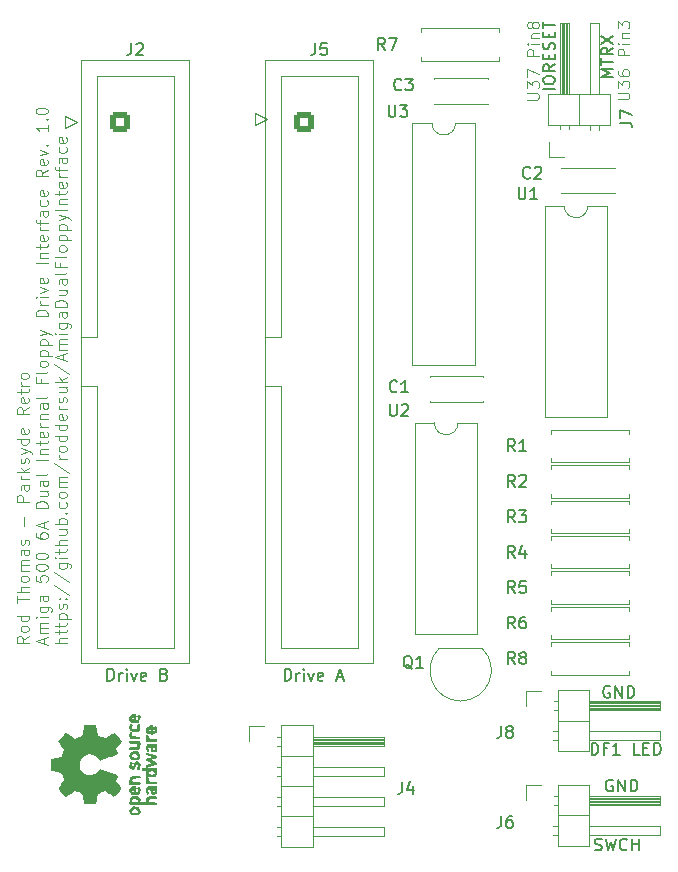
<source format=gto>
G04 #@! TF.GenerationSoftware,KiCad,Pcbnew,8.0.4*
G04 #@! TF.CreationDate,2024-09-21T15:59:35+01:00*
G04 #@! TF.ProjectId,AmigaDualFloppyInterface,416d6967-6144-4756-916c-466c6f707079,1.0*
G04 #@! TF.SameCoordinates,Original*
G04 #@! TF.FileFunction,Legend,Top*
G04 #@! TF.FilePolarity,Positive*
%FSLAX46Y46*%
G04 Gerber Fmt 4.6, Leading zero omitted, Abs format (unit mm)*
G04 Created by KiCad (PCBNEW 8.0.4) date 2024-09-21 15:59:35*
%MOMM*%
%LPD*%
G01*
G04 APERTURE LIST*
G04 Aperture macros list*
%AMRoundRect*
0 Rectangle with rounded corners*
0 $1 Rounding radius*
0 $2 $3 $4 $5 $6 $7 $8 $9 X,Y pos of 4 corners*
0 Add a 4 corners polygon primitive as box body*
4,1,4,$2,$3,$4,$5,$6,$7,$8,$9,$2,$3,0*
0 Add four circle primitives for the rounded corners*
1,1,$1+$1,$2,$3*
1,1,$1+$1,$4,$5*
1,1,$1+$1,$6,$7*
1,1,$1+$1,$8,$9*
0 Add four rect primitives between the rounded corners*
20,1,$1+$1,$2,$3,$4,$5,0*
20,1,$1+$1,$4,$5,$6,$7,0*
20,1,$1+$1,$6,$7,$8,$9,0*
20,1,$1+$1,$8,$9,$2,$3,0*%
G04 Aperture macros list end*
%ADD10C,0.100000*%
%ADD11C,0.110000*%
%ADD12C,0.150000*%
%ADD13C,0.120000*%
%ADD14C,0.000000*%
%ADD15C,1.600000*%
%ADD16O,1.600000X1.600000*%
%ADD17R,1.050000X1.500000*%
%ADD18O,1.050000X1.500000*%
%ADD19R,1.700000X1.700000*%
%ADD20O,1.700000X1.700000*%
%ADD21R,1.600000X1.600000*%
%ADD22RoundRect,0.250000X-0.600000X-0.600000X0.600000X-0.600000X0.600000X0.600000X-0.600000X0.600000X0*%
%ADD23C,1.700000*%
G04 APERTURE END LIST*
D10*
X109528291Y-73652590D02*
X110337814Y-73652590D01*
X110337814Y-73652590D02*
X110433052Y-73604971D01*
X110433052Y-73604971D02*
X110480672Y-73557352D01*
X110480672Y-73557352D02*
X110528291Y-73462114D01*
X110528291Y-73462114D02*
X110528291Y-73271638D01*
X110528291Y-73271638D02*
X110480672Y-73176400D01*
X110480672Y-73176400D02*
X110433052Y-73128781D01*
X110433052Y-73128781D02*
X110337814Y-73081162D01*
X110337814Y-73081162D02*
X109528291Y-73081162D01*
X109528291Y-72700209D02*
X109528291Y-72081162D01*
X109528291Y-72081162D02*
X109909243Y-72414495D01*
X109909243Y-72414495D02*
X109909243Y-72271638D01*
X109909243Y-72271638D02*
X109956862Y-72176400D01*
X109956862Y-72176400D02*
X110004481Y-72128781D01*
X110004481Y-72128781D02*
X110099719Y-72081162D01*
X110099719Y-72081162D02*
X110337814Y-72081162D01*
X110337814Y-72081162D02*
X110433052Y-72128781D01*
X110433052Y-72128781D02*
X110480672Y-72176400D01*
X110480672Y-72176400D02*
X110528291Y-72271638D01*
X110528291Y-72271638D02*
X110528291Y-72557352D01*
X110528291Y-72557352D02*
X110480672Y-72652590D01*
X110480672Y-72652590D02*
X110433052Y-72700209D01*
X109528291Y-71224019D02*
X109528291Y-71414495D01*
X109528291Y-71414495D02*
X109575910Y-71509733D01*
X109575910Y-71509733D02*
X109623529Y-71557352D01*
X109623529Y-71557352D02*
X109766386Y-71652590D01*
X109766386Y-71652590D02*
X109956862Y-71700209D01*
X109956862Y-71700209D02*
X110337814Y-71700209D01*
X110337814Y-71700209D02*
X110433052Y-71652590D01*
X110433052Y-71652590D02*
X110480672Y-71604971D01*
X110480672Y-71604971D02*
X110528291Y-71509733D01*
X110528291Y-71509733D02*
X110528291Y-71319257D01*
X110528291Y-71319257D02*
X110480672Y-71224019D01*
X110480672Y-71224019D02*
X110433052Y-71176400D01*
X110433052Y-71176400D02*
X110337814Y-71128781D01*
X110337814Y-71128781D02*
X110099719Y-71128781D01*
X110099719Y-71128781D02*
X110004481Y-71176400D01*
X110004481Y-71176400D02*
X109956862Y-71224019D01*
X109956862Y-71224019D02*
X109909243Y-71319257D01*
X109909243Y-71319257D02*
X109909243Y-71509733D01*
X109909243Y-71509733D02*
X109956862Y-71604971D01*
X109956862Y-71604971D02*
X110004481Y-71652590D01*
X110004481Y-71652590D02*
X110099719Y-71700209D01*
X110528291Y-69938304D02*
X109528291Y-69938304D01*
X109528291Y-69938304D02*
X109528291Y-69557352D01*
X109528291Y-69557352D02*
X109575910Y-69462114D01*
X109575910Y-69462114D02*
X109623529Y-69414495D01*
X109623529Y-69414495D02*
X109718767Y-69366876D01*
X109718767Y-69366876D02*
X109861624Y-69366876D01*
X109861624Y-69366876D02*
X109956862Y-69414495D01*
X109956862Y-69414495D02*
X110004481Y-69462114D01*
X110004481Y-69462114D02*
X110052100Y-69557352D01*
X110052100Y-69557352D02*
X110052100Y-69938304D01*
X110528291Y-68938304D02*
X109861624Y-68938304D01*
X109528291Y-68938304D02*
X109575910Y-68985923D01*
X109575910Y-68985923D02*
X109623529Y-68938304D01*
X109623529Y-68938304D02*
X109575910Y-68890685D01*
X109575910Y-68890685D02*
X109528291Y-68938304D01*
X109528291Y-68938304D02*
X109623529Y-68938304D01*
X109861624Y-68462114D02*
X110528291Y-68462114D01*
X109956862Y-68462114D02*
X109909243Y-68414495D01*
X109909243Y-68414495D02*
X109861624Y-68319257D01*
X109861624Y-68319257D02*
X109861624Y-68176400D01*
X109861624Y-68176400D02*
X109909243Y-68081162D01*
X109909243Y-68081162D02*
X110004481Y-68033543D01*
X110004481Y-68033543D02*
X110528291Y-68033543D01*
X109528291Y-67652590D02*
X109528291Y-67033543D01*
X109528291Y-67033543D02*
X109909243Y-67366876D01*
X109909243Y-67366876D02*
X109909243Y-67224019D01*
X109909243Y-67224019D02*
X109956862Y-67128781D01*
X109956862Y-67128781D02*
X110004481Y-67081162D01*
X110004481Y-67081162D02*
X110099719Y-67033543D01*
X110099719Y-67033543D02*
X110337814Y-67033543D01*
X110337814Y-67033543D02*
X110433052Y-67081162D01*
X110433052Y-67081162D02*
X110480672Y-67128781D01*
X110480672Y-67128781D02*
X110528291Y-67224019D01*
X110528291Y-67224019D02*
X110528291Y-67509733D01*
X110528291Y-67509733D02*
X110480672Y-67604971D01*
X110480672Y-67604971D02*
X110433052Y-67652590D01*
D11*
X101871899Y-73689536D02*
X102681422Y-73689536D01*
X102681422Y-73689536D02*
X102776660Y-73641917D01*
X102776660Y-73641917D02*
X102824280Y-73594298D01*
X102824280Y-73594298D02*
X102871899Y-73499060D01*
X102871899Y-73499060D02*
X102871899Y-73308584D01*
X102871899Y-73308584D02*
X102824280Y-73213346D01*
X102824280Y-73213346D02*
X102776660Y-73165727D01*
X102776660Y-73165727D02*
X102681422Y-73118108D01*
X102681422Y-73118108D02*
X101871899Y-73118108D01*
X101871899Y-72737155D02*
X101871899Y-72118108D01*
X101871899Y-72118108D02*
X102252851Y-72451441D01*
X102252851Y-72451441D02*
X102252851Y-72308584D01*
X102252851Y-72308584D02*
X102300470Y-72213346D01*
X102300470Y-72213346D02*
X102348089Y-72165727D01*
X102348089Y-72165727D02*
X102443327Y-72118108D01*
X102443327Y-72118108D02*
X102681422Y-72118108D01*
X102681422Y-72118108D02*
X102776660Y-72165727D01*
X102776660Y-72165727D02*
X102824280Y-72213346D01*
X102824280Y-72213346D02*
X102871899Y-72308584D01*
X102871899Y-72308584D02*
X102871899Y-72594298D01*
X102871899Y-72594298D02*
X102824280Y-72689536D01*
X102824280Y-72689536D02*
X102776660Y-72737155D01*
X101871899Y-71784774D02*
X101871899Y-71118108D01*
X101871899Y-71118108D02*
X102871899Y-71546679D01*
X102871899Y-69975250D02*
X101871899Y-69975250D01*
X101871899Y-69975250D02*
X101871899Y-69594298D01*
X101871899Y-69594298D02*
X101919518Y-69499060D01*
X101919518Y-69499060D02*
X101967137Y-69451441D01*
X101967137Y-69451441D02*
X102062375Y-69403822D01*
X102062375Y-69403822D02*
X102205232Y-69403822D01*
X102205232Y-69403822D02*
X102300470Y-69451441D01*
X102300470Y-69451441D02*
X102348089Y-69499060D01*
X102348089Y-69499060D02*
X102395708Y-69594298D01*
X102395708Y-69594298D02*
X102395708Y-69975250D01*
X102871899Y-68975250D02*
X102205232Y-68975250D01*
X101871899Y-68975250D02*
X101919518Y-69022869D01*
X101919518Y-69022869D02*
X101967137Y-68975250D01*
X101967137Y-68975250D02*
X101919518Y-68927631D01*
X101919518Y-68927631D02*
X101871899Y-68975250D01*
X101871899Y-68975250D02*
X101967137Y-68975250D01*
X102205232Y-68499060D02*
X102871899Y-68499060D01*
X102300470Y-68499060D02*
X102252851Y-68451441D01*
X102252851Y-68451441D02*
X102205232Y-68356203D01*
X102205232Y-68356203D02*
X102205232Y-68213346D01*
X102205232Y-68213346D02*
X102252851Y-68118108D01*
X102252851Y-68118108D02*
X102348089Y-68070489D01*
X102348089Y-68070489D02*
X102871899Y-68070489D01*
X102300470Y-67451441D02*
X102252851Y-67546679D01*
X102252851Y-67546679D02*
X102205232Y-67594298D01*
X102205232Y-67594298D02*
X102109994Y-67641917D01*
X102109994Y-67641917D02*
X102062375Y-67641917D01*
X102062375Y-67641917D02*
X101967137Y-67594298D01*
X101967137Y-67594298D02*
X101919518Y-67546679D01*
X101919518Y-67546679D02*
X101871899Y-67451441D01*
X101871899Y-67451441D02*
X101871899Y-67260965D01*
X101871899Y-67260965D02*
X101919518Y-67165727D01*
X101919518Y-67165727D02*
X101967137Y-67118108D01*
X101967137Y-67118108D02*
X102062375Y-67070489D01*
X102062375Y-67070489D02*
X102109994Y-67070489D01*
X102109994Y-67070489D02*
X102205232Y-67118108D01*
X102205232Y-67118108D02*
X102252851Y-67165727D01*
X102252851Y-67165727D02*
X102300470Y-67260965D01*
X102300470Y-67260965D02*
X102300470Y-67451441D01*
X102300470Y-67451441D02*
X102348089Y-67546679D01*
X102348089Y-67546679D02*
X102395708Y-67594298D01*
X102395708Y-67594298D02*
X102490946Y-67641917D01*
X102490946Y-67641917D02*
X102681422Y-67641917D01*
X102681422Y-67641917D02*
X102776660Y-67594298D01*
X102776660Y-67594298D02*
X102824280Y-67546679D01*
X102824280Y-67546679D02*
X102871899Y-67451441D01*
X102871899Y-67451441D02*
X102871899Y-67260965D01*
X102871899Y-67260965D02*
X102824280Y-67165727D01*
X102824280Y-67165727D02*
X102776660Y-67118108D01*
X102776660Y-67118108D02*
X102681422Y-67070489D01*
X102681422Y-67070489D02*
X102490946Y-67070489D01*
X102490946Y-67070489D02*
X102395708Y-67118108D01*
X102395708Y-67118108D02*
X102348089Y-67165727D01*
X102348089Y-67165727D02*
X102300470Y-67260965D01*
D12*
X81336779Y-122869819D02*
X81336779Y-121869819D01*
X81336779Y-121869819D02*
X81574874Y-121869819D01*
X81574874Y-121869819D02*
X81717731Y-121917438D01*
X81717731Y-121917438D02*
X81812969Y-122012676D01*
X81812969Y-122012676D02*
X81860588Y-122107914D01*
X81860588Y-122107914D02*
X81908207Y-122298390D01*
X81908207Y-122298390D02*
X81908207Y-122441247D01*
X81908207Y-122441247D02*
X81860588Y-122631723D01*
X81860588Y-122631723D02*
X81812969Y-122726961D01*
X81812969Y-122726961D02*
X81717731Y-122822200D01*
X81717731Y-122822200D02*
X81574874Y-122869819D01*
X81574874Y-122869819D02*
X81336779Y-122869819D01*
X82336779Y-122869819D02*
X82336779Y-122203152D01*
X82336779Y-122393628D02*
X82384398Y-122298390D01*
X82384398Y-122298390D02*
X82432017Y-122250771D01*
X82432017Y-122250771D02*
X82527255Y-122203152D01*
X82527255Y-122203152D02*
X82622493Y-122203152D01*
X82955827Y-122869819D02*
X82955827Y-122203152D01*
X82955827Y-121869819D02*
X82908208Y-121917438D01*
X82908208Y-121917438D02*
X82955827Y-121965057D01*
X82955827Y-121965057D02*
X83003446Y-121917438D01*
X83003446Y-121917438D02*
X82955827Y-121869819D01*
X82955827Y-121869819D02*
X82955827Y-121965057D01*
X83336779Y-122203152D02*
X83574874Y-122869819D01*
X83574874Y-122869819D02*
X83812969Y-122203152D01*
X84574874Y-122822200D02*
X84479636Y-122869819D01*
X84479636Y-122869819D02*
X84289160Y-122869819D01*
X84289160Y-122869819D02*
X84193922Y-122822200D01*
X84193922Y-122822200D02*
X84146303Y-122726961D01*
X84146303Y-122726961D02*
X84146303Y-122346009D01*
X84146303Y-122346009D02*
X84193922Y-122250771D01*
X84193922Y-122250771D02*
X84289160Y-122203152D01*
X84289160Y-122203152D02*
X84479636Y-122203152D01*
X84479636Y-122203152D02*
X84574874Y-122250771D01*
X84574874Y-122250771D02*
X84622493Y-122346009D01*
X84622493Y-122346009D02*
X84622493Y-122441247D01*
X84622493Y-122441247D02*
X84146303Y-122536485D01*
X85765351Y-122584104D02*
X86241541Y-122584104D01*
X85670113Y-122869819D02*
X86003446Y-121869819D01*
X86003446Y-121869819D02*
X86336779Y-122869819D01*
X66336779Y-122869819D02*
X66336779Y-121869819D01*
X66336779Y-121869819D02*
X66574874Y-121869819D01*
X66574874Y-121869819D02*
X66717731Y-121917438D01*
X66717731Y-121917438D02*
X66812969Y-122012676D01*
X66812969Y-122012676D02*
X66860588Y-122107914D01*
X66860588Y-122107914D02*
X66908207Y-122298390D01*
X66908207Y-122298390D02*
X66908207Y-122441247D01*
X66908207Y-122441247D02*
X66860588Y-122631723D01*
X66860588Y-122631723D02*
X66812969Y-122726961D01*
X66812969Y-122726961D02*
X66717731Y-122822200D01*
X66717731Y-122822200D02*
X66574874Y-122869819D01*
X66574874Y-122869819D02*
X66336779Y-122869819D01*
X67336779Y-122869819D02*
X67336779Y-122203152D01*
X67336779Y-122393628D02*
X67384398Y-122298390D01*
X67384398Y-122298390D02*
X67432017Y-122250771D01*
X67432017Y-122250771D02*
X67527255Y-122203152D01*
X67527255Y-122203152D02*
X67622493Y-122203152D01*
X67955827Y-122869819D02*
X67955827Y-122203152D01*
X67955827Y-121869819D02*
X67908208Y-121917438D01*
X67908208Y-121917438D02*
X67955827Y-121965057D01*
X67955827Y-121965057D02*
X68003446Y-121917438D01*
X68003446Y-121917438D02*
X67955827Y-121869819D01*
X67955827Y-121869819D02*
X67955827Y-121965057D01*
X68336779Y-122203152D02*
X68574874Y-122869819D01*
X68574874Y-122869819D02*
X68812969Y-122203152D01*
X69574874Y-122822200D02*
X69479636Y-122869819D01*
X69479636Y-122869819D02*
X69289160Y-122869819D01*
X69289160Y-122869819D02*
X69193922Y-122822200D01*
X69193922Y-122822200D02*
X69146303Y-122726961D01*
X69146303Y-122726961D02*
X69146303Y-122346009D01*
X69146303Y-122346009D02*
X69193922Y-122250771D01*
X69193922Y-122250771D02*
X69289160Y-122203152D01*
X69289160Y-122203152D02*
X69479636Y-122203152D01*
X69479636Y-122203152D02*
X69574874Y-122250771D01*
X69574874Y-122250771D02*
X69622493Y-122346009D01*
X69622493Y-122346009D02*
X69622493Y-122441247D01*
X69622493Y-122441247D02*
X69146303Y-122536485D01*
X71146303Y-122346009D02*
X71289160Y-122393628D01*
X71289160Y-122393628D02*
X71336779Y-122441247D01*
X71336779Y-122441247D02*
X71384398Y-122536485D01*
X71384398Y-122536485D02*
X71384398Y-122679342D01*
X71384398Y-122679342D02*
X71336779Y-122774580D01*
X71336779Y-122774580D02*
X71289160Y-122822200D01*
X71289160Y-122822200D02*
X71193922Y-122869819D01*
X71193922Y-122869819D02*
X70812970Y-122869819D01*
X70812970Y-122869819D02*
X70812970Y-121869819D01*
X70812970Y-121869819D02*
X71146303Y-121869819D01*
X71146303Y-121869819D02*
X71241541Y-121917438D01*
X71241541Y-121917438D02*
X71289160Y-121965057D01*
X71289160Y-121965057D02*
X71336779Y-122060295D01*
X71336779Y-122060295D02*
X71336779Y-122155533D01*
X71336779Y-122155533D02*
X71289160Y-122250771D01*
X71289160Y-122250771D02*
X71241541Y-122298390D01*
X71241541Y-122298390D02*
X71146303Y-122346009D01*
X71146303Y-122346009D02*
X70812970Y-122346009D01*
X107604813Y-137195164D02*
X107747670Y-137242783D01*
X107747670Y-137242783D02*
X107985765Y-137242783D01*
X107985765Y-137242783D02*
X108081003Y-137195164D01*
X108081003Y-137195164D02*
X108128622Y-137147544D01*
X108128622Y-137147544D02*
X108176241Y-137052306D01*
X108176241Y-137052306D02*
X108176241Y-136957068D01*
X108176241Y-136957068D02*
X108128622Y-136861830D01*
X108128622Y-136861830D02*
X108081003Y-136814211D01*
X108081003Y-136814211D02*
X107985765Y-136766592D01*
X107985765Y-136766592D02*
X107795289Y-136718973D01*
X107795289Y-136718973D02*
X107700051Y-136671354D01*
X107700051Y-136671354D02*
X107652432Y-136623735D01*
X107652432Y-136623735D02*
X107604813Y-136528497D01*
X107604813Y-136528497D02*
X107604813Y-136433259D01*
X107604813Y-136433259D02*
X107652432Y-136338021D01*
X107652432Y-136338021D02*
X107700051Y-136290402D01*
X107700051Y-136290402D02*
X107795289Y-136242783D01*
X107795289Y-136242783D02*
X108033384Y-136242783D01*
X108033384Y-136242783D02*
X108176241Y-136290402D01*
X108509575Y-136242783D02*
X108747670Y-137242783D01*
X108747670Y-137242783D02*
X108938146Y-136528497D01*
X108938146Y-136528497D02*
X109128622Y-137242783D01*
X109128622Y-137242783D02*
X109366718Y-136242783D01*
X110319098Y-137147544D02*
X110271479Y-137195164D01*
X110271479Y-137195164D02*
X110128622Y-137242783D01*
X110128622Y-137242783D02*
X110033384Y-137242783D01*
X110033384Y-137242783D02*
X109890527Y-137195164D01*
X109890527Y-137195164D02*
X109795289Y-137099925D01*
X109795289Y-137099925D02*
X109747670Y-137004687D01*
X109747670Y-137004687D02*
X109700051Y-136814211D01*
X109700051Y-136814211D02*
X109700051Y-136671354D01*
X109700051Y-136671354D02*
X109747670Y-136480878D01*
X109747670Y-136480878D02*
X109795289Y-136385640D01*
X109795289Y-136385640D02*
X109890527Y-136290402D01*
X109890527Y-136290402D02*
X110033384Y-136242783D01*
X110033384Y-136242783D02*
X110128622Y-136242783D01*
X110128622Y-136242783D02*
X110271479Y-136290402D01*
X110271479Y-136290402D02*
X110319098Y-136338021D01*
X110747670Y-137242783D02*
X110747670Y-136242783D01*
X110747670Y-136718973D02*
X111319098Y-136718973D01*
X111319098Y-137242783D02*
X111319098Y-136242783D01*
D10*
X59652531Y-119124687D02*
X59176340Y-119458020D01*
X59652531Y-119696115D02*
X58652531Y-119696115D01*
X58652531Y-119696115D02*
X58652531Y-119315163D01*
X58652531Y-119315163D02*
X58700150Y-119219925D01*
X58700150Y-119219925D02*
X58747769Y-119172306D01*
X58747769Y-119172306D02*
X58843007Y-119124687D01*
X58843007Y-119124687D02*
X58985864Y-119124687D01*
X58985864Y-119124687D02*
X59081102Y-119172306D01*
X59081102Y-119172306D02*
X59128721Y-119219925D01*
X59128721Y-119219925D02*
X59176340Y-119315163D01*
X59176340Y-119315163D02*
X59176340Y-119696115D01*
X59652531Y-118553258D02*
X59604912Y-118648496D01*
X59604912Y-118648496D02*
X59557292Y-118696115D01*
X59557292Y-118696115D02*
X59462054Y-118743734D01*
X59462054Y-118743734D02*
X59176340Y-118743734D01*
X59176340Y-118743734D02*
X59081102Y-118696115D01*
X59081102Y-118696115D02*
X59033483Y-118648496D01*
X59033483Y-118648496D02*
X58985864Y-118553258D01*
X58985864Y-118553258D02*
X58985864Y-118410401D01*
X58985864Y-118410401D02*
X59033483Y-118315163D01*
X59033483Y-118315163D02*
X59081102Y-118267544D01*
X59081102Y-118267544D02*
X59176340Y-118219925D01*
X59176340Y-118219925D02*
X59462054Y-118219925D01*
X59462054Y-118219925D02*
X59557292Y-118267544D01*
X59557292Y-118267544D02*
X59604912Y-118315163D01*
X59604912Y-118315163D02*
X59652531Y-118410401D01*
X59652531Y-118410401D02*
X59652531Y-118553258D01*
X59652531Y-117362782D02*
X58652531Y-117362782D01*
X59604912Y-117362782D02*
X59652531Y-117458020D01*
X59652531Y-117458020D02*
X59652531Y-117648496D01*
X59652531Y-117648496D02*
X59604912Y-117743734D01*
X59604912Y-117743734D02*
X59557292Y-117791353D01*
X59557292Y-117791353D02*
X59462054Y-117838972D01*
X59462054Y-117838972D02*
X59176340Y-117838972D01*
X59176340Y-117838972D02*
X59081102Y-117791353D01*
X59081102Y-117791353D02*
X59033483Y-117743734D01*
X59033483Y-117743734D02*
X58985864Y-117648496D01*
X58985864Y-117648496D02*
X58985864Y-117458020D01*
X58985864Y-117458020D02*
X59033483Y-117362782D01*
X58652531Y-116267543D02*
X58652531Y-115696115D01*
X59652531Y-115981829D02*
X58652531Y-115981829D01*
X59652531Y-115362781D02*
X58652531Y-115362781D01*
X59652531Y-114934210D02*
X59128721Y-114934210D01*
X59128721Y-114934210D02*
X59033483Y-114981829D01*
X59033483Y-114981829D02*
X58985864Y-115077067D01*
X58985864Y-115077067D02*
X58985864Y-115219924D01*
X58985864Y-115219924D02*
X59033483Y-115315162D01*
X59033483Y-115315162D02*
X59081102Y-115362781D01*
X59652531Y-114315162D02*
X59604912Y-114410400D01*
X59604912Y-114410400D02*
X59557292Y-114458019D01*
X59557292Y-114458019D02*
X59462054Y-114505638D01*
X59462054Y-114505638D02*
X59176340Y-114505638D01*
X59176340Y-114505638D02*
X59081102Y-114458019D01*
X59081102Y-114458019D02*
X59033483Y-114410400D01*
X59033483Y-114410400D02*
X58985864Y-114315162D01*
X58985864Y-114315162D02*
X58985864Y-114172305D01*
X58985864Y-114172305D02*
X59033483Y-114077067D01*
X59033483Y-114077067D02*
X59081102Y-114029448D01*
X59081102Y-114029448D02*
X59176340Y-113981829D01*
X59176340Y-113981829D02*
X59462054Y-113981829D01*
X59462054Y-113981829D02*
X59557292Y-114029448D01*
X59557292Y-114029448D02*
X59604912Y-114077067D01*
X59604912Y-114077067D02*
X59652531Y-114172305D01*
X59652531Y-114172305D02*
X59652531Y-114315162D01*
X59652531Y-113553257D02*
X58985864Y-113553257D01*
X59081102Y-113553257D02*
X59033483Y-113505638D01*
X59033483Y-113505638D02*
X58985864Y-113410400D01*
X58985864Y-113410400D02*
X58985864Y-113267543D01*
X58985864Y-113267543D02*
X59033483Y-113172305D01*
X59033483Y-113172305D02*
X59128721Y-113124686D01*
X59128721Y-113124686D02*
X59652531Y-113124686D01*
X59128721Y-113124686D02*
X59033483Y-113077067D01*
X59033483Y-113077067D02*
X58985864Y-112981829D01*
X58985864Y-112981829D02*
X58985864Y-112838972D01*
X58985864Y-112838972D02*
X59033483Y-112743733D01*
X59033483Y-112743733D02*
X59128721Y-112696114D01*
X59128721Y-112696114D02*
X59652531Y-112696114D01*
X59652531Y-111791353D02*
X59128721Y-111791353D01*
X59128721Y-111791353D02*
X59033483Y-111838972D01*
X59033483Y-111838972D02*
X58985864Y-111934210D01*
X58985864Y-111934210D02*
X58985864Y-112124686D01*
X58985864Y-112124686D02*
X59033483Y-112219924D01*
X59604912Y-111791353D02*
X59652531Y-111886591D01*
X59652531Y-111886591D02*
X59652531Y-112124686D01*
X59652531Y-112124686D02*
X59604912Y-112219924D01*
X59604912Y-112219924D02*
X59509673Y-112267543D01*
X59509673Y-112267543D02*
X59414435Y-112267543D01*
X59414435Y-112267543D02*
X59319197Y-112219924D01*
X59319197Y-112219924D02*
X59271578Y-112124686D01*
X59271578Y-112124686D02*
X59271578Y-111886591D01*
X59271578Y-111886591D02*
X59223959Y-111791353D01*
X59604912Y-111362781D02*
X59652531Y-111267543D01*
X59652531Y-111267543D02*
X59652531Y-111077067D01*
X59652531Y-111077067D02*
X59604912Y-110981829D01*
X59604912Y-110981829D02*
X59509673Y-110934210D01*
X59509673Y-110934210D02*
X59462054Y-110934210D01*
X59462054Y-110934210D02*
X59366816Y-110981829D01*
X59366816Y-110981829D02*
X59319197Y-111077067D01*
X59319197Y-111077067D02*
X59319197Y-111219924D01*
X59319197Y-111219924D02*
X59271578Y-111315162D01*
X59271578Y-111315162D02*
X59176340Y-111362781D01*
X59176340Y-111362781D02*
X59128721Y-111362781D01*
X59128721Y-111362781D02*
X59033483Y-111315162D01*
X59033483Y-111315162D02*
X58985864Y-111219924D01*
X58985864Y-111219924D02*
X58985864Y-111077067D01*
X58985864Y-111077067D02*
X59033483Y-110981829D01*
X59271578Y-109743733D02*
X59271578Y-108981829D01*
X59652531Y-107743733D02*
X58652531Y-107743733D01*
X58652531Y-107743733D02*
X58652531Y-107362781D01*
X58652531Y-107362781D02*
X58700150Y-107267543D01*
X58700150Y-107267543D02*
X58747769Y-107219924D01*
X58747769Y-107219924D02*
X58843007Y-107172305D01*
X58843007Y-107172305D02*
X58985864Y-107172305D01*
X58985864Y-107172305D02*
X59081102Y-107219924D01*
X59081102Y-107219924D02*
X59128721Y-107267543D01*
X59128721Y-107267543D02*
X59176340Y-107362781D01*
X59176340Y-107362781D02*
X59176340Y-107743733D01*
X59652531Y-106315162D02*
X59128721Y-106315162D01*
X59128721Y-106315162D02*
X59033483Y-106362781D01*
X59033483Y-106362781D02*
X58985864Y-106458019D01*
X58985864Y-106458019D02*
X58985864Y-106648495D01*
X58985864Y-106648495D02*
X59033483Y-106743733D01*
X59604912Y-106315162D02*
X59652531Y-106410400D01*
X59652531Y-106410400D02*
X59652531Y-106648495D01*
X59652531Y-106648495D02*
X59604912Y-106743733D01*
X59604912Y-106743733D02*
X59509673Y-106791352D01*
X59509673Y-106791352D02*
X59414435Y-106791352D01*
X59414435Y-106791352D02*
X59319197Y-106743733D01*
X59319197Y-106743733D02*
X59271578Y-106648495D01*
X59271578Y-106648495D02*
X59271578Y-106410400D01*
X59271578Y-106410400D02*
X59223959Y-106315162D01*
X59652531Y-105838971D02*
X58985864Y-105838971D01*
X59176340Y-105838971D02*
X59081102Y-105791352D01*
X59081102Y-105791352D02*
X59033483Y-105743733D01*
X59033483Y-105743733D02*
X58985864Y-105648495D01*
X58985864Y-105648495D02*
X58985864Y-105553257D01*
X59652531Y-105219923D02*
X58652531Y-105219923D01*
X59271578Y-105124685D02*
X59652531Y-104838971D01*
X58985864Y-104838971D02*
X59366816Y-105219923D01*
X59604912Y-104458018D02*
X59652531Y-104362780D01*
X59652531Y-104362780D02*
X59652531Y-104172304D01*
X59652531Y-104172304D02*
X59604912Y-104077066D01*
X59604912Y-104077066D02*
X59509673Y-104029447D01*
X59509673Y-104029447D02*
X59462054Y-104029447D01*
X59462054Y-104029447D02*
X59366816Y-104077066D01*
X59366816Y-104077066D02*
X59319197Y-104172304D01*
X59319197Y-104172304D02*
X59319197Y-104315161D01*
X59319197Y-104315161D02*
X59271578Y-104410399D01*
X59271578Y-104410399D02*
X59176340Y-104458018D01*
X59176340Y-104458018D02*
X59128721Y-104458018D01*
X59128721Y-104458018D02*
X59033483Y-104410399D01*
X59033483Y-104410399D02*
X58985864Y-104315161D01*
X58985864Y-104315161D02*
X58985864Y-104172304D01*
X58985864Y-104172304D02*
X59033483Y-104077066D01*
X58985864Y-103696113D02*
X59652531Y-103458018D01*
X58985864Y-103219923D02*
X59652531Y-103458018D01*
X59652531Y-103458018D02*
X59890626Y-103553256D01*
X59890626Y-103553256D02*
X59938245Y-103600875D01*
X59938245Y-103600875D02*
X59985864Y-103696113D01*
X59652531Y-102410399D02*
X58652531Y-102410399D01*
X59604912Y-102410399D02*
X59652531Y-102505637D01*
X59652531Y-102505637D02*
X59652531Y-102696113D01*
X59652531Y-102696113D02*
X59604912Y-102791351D01*
X59604912Y-102791351D02*
X59557292Y-102838970D01*
X59557292Y-102838970D02*
X59462054Y-102886589D01*
X59462054Y-102886589D02*
X59176340Y-102886589D01*
X59176340Y-102886589D02*
X59081102Y-102838970D01*
X59081102Y-102838970D02*
X59033483Y-102791351D01*
X59033483Y-102791351D02*
X58985864Y-102696113D01*
X58985864Y-102696113D02*
X58985864Y-102505637D01*
X58985864Y-102505637D02*
X59033483Y-102410399D01*
X59604912Y-101553256D02*
X59652531Y-101648494D01*
X59652531Y-101648494D02*
X59652531Y-101838970D01*
X59652531Y-101838970D02*
X59604912Y-101934208D01*
X59604912Y-101934208D02*
X59509673Y-101981827D01*
X59509673Y-101981827D02*
X59128721Y-101981827D01*
X59128721Y-101981827D02*
X59033483Y-101934208D01*
X59033483Y-101934208D02*
X58985864Y-101838970D01*
X58985864Y-101838970D02*
X58985864Y-101648494D01*
X58985864Y-101648494D02*
X59033483Y-101553256D01*
X59033483Y-101553256D02*
X59128721Y-101505637D01*
X59128721Y-101505637D02*
X59223959Y-101505637D01*
X59223959Y-101505637D02*
X59319197Y-101981827D01*
X59652531Y-99743732D02*
X59176340Y-100077065D01*
X59652531Y-100315160D02*
X58652531Y-100315160D01*
X58652531Y-100315160D02*
X58652531Y-99934208D01*
X58652531Y-99934208D02*
X58700150Y-99838970D01*
X58700150Y-99838970D02*
X58747769Y-99791351D01*
X58747769Y-99791351D02*
X58843007Y-99743732D01*
X58843007Y-99743732D02*
X58985864Y-99743732D01*
X58985864Y-99743732D02*
X59081102Y-99791351D01*
X59081102Y-99791351D02*
X59128721Y-99838970D01*
X59128721Y-99838970D02*
X59176340Y-99934208D01*
X59176340Y-99934208D02*
X59176340Y-100315160D01*
X59604912Y-98934208D02*
X59652531Y-99029446D01*
X59652531Y-99029446D02*
X59652531Y-99219922D01*
X59652531Y-99219922D02*
X59604912Y-99315160D01*
X59604912Y-99315160D02*
X59509673Y-99362779D01*
X59509673Y-99362779D02*
X59128721Y-99362779D01*
X59128721Y-99362779D02*
X59033483Y-99315160D01*
X59033483Y-99315160D02*
X58985864Y-99219922D01*
X58985864Y-99219922D02*
X58985864Y-99029446D01*
X58985864Y-99029446D02*
X59033483Y-98934208D01*
X59033483Y-98934208D02*
X59128721Y-98886589D01*
X59128721Y-98886589D02*
X59223959Y-98886589D01*
X59223959Y-98886589D02*
X59319197Y-99362779D01*
X58985864Y-98600874D02*
X58985864Y-98219922D01*
X58652531Y-98458017D02*
X59509673Y-98458017D01*
X59509673Y-98458017D02*
X59604912Y-98410398D01*
X59604912Y-98410398D02*
X59652531Y-98315160D01*
X59652531Y-98315160D02*
X59652531Y-98219922D01*
X59652531Y-97886588D02*
X58985864Y-97886588D01*
X59176340Y-97886588D02*
X59081102Y-97838969D01*
X59081102Y-97838969D02*
X59033483Y-97791350D01*
X59033483Y-97791350D02*
X58985864Y-97696112D01*
X58985864Y-97696112D02*
X58985864Y-97600874D01*
X59652531Y-97124683D02*
X59604912Y-97219921D01*
X59604912Y-97219921D02*
X59557292Y-97267540D01*
X59557292Y-97267540D02*
X59462054Y-97315159D01*
X59462054Y-97315159D02*
X59176340Y-97315159D01*
X59176340Y-97315159D02*
X59081102Y-97267540D01*
X59081102Y-97267540D02*
X59033483Y-97219921D01*
X59033483Y-97219921D02*
X58985864Y-97124683D01*
X58985864Y-97124683D02*
X58985864Y-96981826D01*
X58985864Y-96981826D02*
X59033483Y-96886588D01*
X59033483Y-96886588D02*
X59081102Y-96838969D01*
X59081102Y-96838969D02*
X59176340Y-96791350D01*
X59176340Y-96791350D02*
X59462054Y-96791350D01*
X59462054Y-96791350D02*
X59557292Y-96838969D01*
X59557292Y-96838969D02*
X59604912Y-96886588D01*
X59604912Y-96886588D02*
X59652531Y-96981826D01*
X59652531Y-96981826D02*
X59652531Y-97124683D01*
X60976760Y-119743734D02*
X60976760Y-119267544D01*
X61262475Y-119838972D02*
X60262475Y-119505639D01*
X60262475Y-119505639D02*
X61262475Y-119172306D01*
X61262475Y-118838972D02*
X60595808Y-118838972D01*
X60691046Y-118838972D02*
X60643427Y-118791353D01*
X60643427Y-118791353D02*
X60595808Y-118696115D01*
X60595808Y-118696115D02*
X60595808Y-118553258D01*
X60595808Y-118553258D02*
X60643427Y-118458020D01*
X60643427Y-118458020D02*
X60738665Y-118410401D01*
X60738665Y-118410401D02*
X61262475Y-118410401D01*
X60738665Y-118410401D02*
X60643427Y-118362782D01*
X60643427Y-118362782D02*
X60595808Y-118267544D01*
X60595808Y-118267544D02*
X60595808Y-118124687D01*
X60595808Y-118124687D02*
X60643427Y-118029448D01*
X60643427Y-118029448D02*
X60738665Y-117981829D01*
X60738665Y-117981829D02*
X61262475Y-117981829D01*
X61262475Y-117505639D02*
X60595808Y-117505639D01*
X60262475Y-117505639D02*
X60310094Y-117553258D01*
X60310094Y-117553258D02*
X60357713Y-117505639D01*
X60357713Y-117505639D02*
X60310094Y-117458020D01*
X60310094Y-117458020D02*
X60262475Y-117505639D01*
X60262475Y-117505639D02*
X60357713Y-117505639D01*
X60595808Y-116600878D02*
X61405332Y-116600878D01*
X61405332Y-116600878D02*
X61500570Y-116648497D01*
X61500570Y-116648497D02*
X61548189Y-116696116D01*
X61548189Y-116696116D02*
X61595808Y-116791354D01*
X61595808Y-116791354D02*
X61595808Y-116934211D01*
X61595808Y-116934211D02*
X61548189Y-117029449D01*
X61214856Y-116600878D02*
X61262475Y-116696116D01*
X61262475Y-116696116D02*
X61262475Y-116886592D01*
X61262475Y-116886592D02*
X61214856Y-116981830D01*
X61214856Y-116981830D02*
X61167236Y-117029449D01*
X61167236Y-117029449D02*
X61071998Y-117077068D01*
X61071998Y-117077068D02*
X60786284Y-117077068D01*
X60786284Y-117077068D02*
X60691046Y-117029449D01*
X60691046Y-117029449D02*
X60643427Y-116981830D01*
X60643427Y-116981830D02*
X60595808Y-116886592D01*
X60595808Y-116886592D02*
X60595808Y-116696116D01*
X60595808Y-116696116D02*
X60643427Y-116600878D01*
X61262475Y-115696116D02*
X60738665Y-115696116D01*
X60738665Y-115696116D02*
X60643427Y-115743735D01*
X60643427Y-115743735D02*
X60595808Y-115838973D01*
X60595808Y-115838973D02*
X60595808Y-116029449D01*
X60595808Y-116029449D02*
X60643427Y-116124687D01*
X61214856Y-115696116D02*
X61262475Y-115791354D01*
X61262475Y-115791354D02*
X61262475Y-116029449D01*
X61262475Y-116029449D02*
X61214856Y-116124687D01*
X61214856Y-116124687D02*
X61119617Y-116172306D01*
X61119617Y-116172306D02*
X61024379Y-116172306D01*
X61024379Y-116172306D02*
X60929141Y-116124687D01*
X60929141Y-116124687D02*
X60881522Y-116029449D01*
X60881522Y-116029449D02*
X60881522Y-115791354D01*
X60881522Y-115791354D02*
X60833903Y-115696116D01*
X60262475Y-113981830D02*
X60262475Y-114458020D01*
X60262475Y-114458020D02*
X60738665Y-114505639D01*
X60738665Y-114505639D02*
X60691046Y-114458020D01*
X60691046Y-114458020D02*
X60643427Y-114362782D01*
X60643427Y-114362782D02*
X60643427Y-114124687D01*
X60643427Y-114124687D02*
X60691046Y-114029449D01*
X60691046Y-114029449D02*
X60738665Y-113981830D01*
X60738665Y-113981830D02*
X60833903Y-113934211D01*
X60833903Y-113934211D02*
X61071998Y-113934211D01*
X61071998Y-113934211D02*
X61167236Y-113981830D01*
X61167236Y-113981830D02*
X61214856Y-114029449D01*
X61214856Y-114029449D02*
X61262475Y-114124687D01*
X61262475Y-114124687D02*
X61262475Y-114362782D01*
X61262475Y-114362782D02*
X61214856Y-114458020D01*
X61214856Y-114458020D02*
X61167236Y-114505639D01*
X60262475Y-113315163D02*
X60262475Y-113219925D01*
X60262475Y-113219925D02*
X60310094Y-113124687D01*
X60310094Y-113124687D02*
X60357713Y-113077068D01*
X60357713Y-113077068D02*
X60452951Y-113029449D01*
X60452951Y-113029449D02*
X60643427Y-112981830D01*
X60643427Y-112981830D02*
X60881522Y-112981830D01*
X60881522Y-112981830D02*
X61071998Y-113029449D01*
X61071998Y-113029449D02*
X61167236Y-113077068D01*
X61167236Y-113077068D02*
X61214856Y-113124687D01*
X61214856Y-113124687D02*
X61262475Y-113219925D01*
X61262475Y-113219925D02*
X61262475Y-113315163D01*
X61262475Y-113315163D02*
X61214856Y-113410401D01*
X61214856Y-113410401D02*
X61167236Y-113458020D01*
X61167236Y-113458020D02*
X61071998Y-113505639D01*
X61071998Y-113505639D02*
X60881522Y-113553258D01*
X60881522Y-113553258D02*
X60643427Y-113553258D01*
X60643427Y-113553258D02*
X60452951Y-113505639D01*
X60452951Y-113505639D02*
X60357713Y-113458020D01*
X60357713Y-113458020D02*
X60310094Y-113410401D01*
X60310094Y-113410401D02*
X60262475Y-113315163D01*
X60262475Y-112362782D02*
X60262475Y-112267544D01*
X60262475Y-112267544D02*
X60310094Y-112172306D01*
X60310094Y-112172306D02*
X60357713Y-112124687D01*
X60357713Y-112124687D02*
X60452951Y-112077068D01*
X60452951Y-112077068D02*
X60643427Y-112029449D01*
X60643427Y-112029449D02*
X60881522Y-112029449D01*
X60881522Y-112029449D02*
X61071998Y-112077068D01*
X61071998Y-112077068D02*
X61167236Y-112124687D01*
X61167236Y-112124687D02*
X61214856Y-112172306D01*
X61214856Y-112172306D02*
X61262475Y-112267544D01*
X61262475Y-112267544D02*
X61262475Y-112362782D01*
X61262475Y-112362782D02*
X61214856Y-112458020D01*
X61214856Y-112458020D02*
X61167236Y-112505639D01*
X61167236Y-112505639D02*
X61071998Y-112553258D01*
X61071998Y-112553258D02*
X60881522Y-112600877D01*
X60881522Y-112600877D02*
X60643427Y-112600877D01*
X60643427Y-112600877D02*
X60452951Y-112553258D01*
X60452951Y-112553258D02*
X60357713Y-112505639D01*
X60357713Y-112505639D02*
X60310094Y-112458020D01*
X60310094Y-112458020D02*
X60262475Y-112362782D01*
X60262475Y-110410401D02*
X60262475Y-110600877D01*
X60262475Y-110600877D02*
X60310094Y-110696115D01*
X60310094Y-110696115D02*
X60357713Y-110743734D01*
X60357713Y-110743734D02*
X60500570Y-110838972D01*
X60500570Y-110838972D02*
X60691046Y-110886591D01*
X60691046Y-110886591D02*
X61071998Y-110886591D01*
X61071998Y-110886591D02*
X61167236Y-110838972D01*
X61167236Y-110838972D02*
X61214856Y-110791353D01*
X61214856Y-110791353D02*
X61262475Y-110696115D01*
X61262475Y-110696115D02*
X61262475Y-110505639D01*
X61262475Y-110505639D02*
X61214856Y-110410401D01*
X61214856Y-110410401D02*
X61167236Y-110362782D01*
X61167236Y-110362782D02*
X61071998Y-110315163D01*
X61071998Y-110315163D02*
X60833903Y-110315163D01*
X60833903Y-110315163D02*
X60738665Y-110362782D01*
X60738665Y-110362782D02*
X60691046Y-110410401D01*
X60691046Y-110410401D02*
X60643427Y-110505639D01*
X60643427Y-110505639D02*
X60643427Y-110696115D01*
X60643427Y-110696115D02*
X60691046Y-110791353D01*
X60691046Y-110791353D02*
X60738665Y-110838972D01*
X60738665Y-110838972D02*
X60833903Y-110886591D01*
X60976760Y-109934210D02*
X60976760Y-109458020D01*
X61262475Y-110029448D02*
X60262475Y-109696115D01*
X60262475Y-109696115D02*
X61262475Y-109362782D01*
X61262475Y-108267543D02*
X60262475Y-108267543D01*
X60262475Y-108267543D02*
X60262475Y-108029448D01*
X60262475Y-108029448D02*
X60310094Y-107886591D01*
X60310094Y-107886591D02*
X60405332Y-107791353D01*
X60405332Y-107791353D02*
X60500570Y-107743734D01*
X60500570Y-107743734D02*
X60691046Y-107696115D01*
X60691046Y-107696115D02*
X60833903Y-107696115D01*
X60833903Y-107696115D02*
X61024379Y-107743734D01*
X61024379Y-107743734D02*
X61119617Y-107791353D01*
X61119617Y-107791353D02*
X61214856Y-107886591D01*
X61214856Y-107886591D02*
X61262475Y-108029448D01*
X61262475Y-108029448D02*
X61262475Y-108267543D01*
X60595808Y-106838972D02*
X61262475Y-106838972D01*
X60595808Y-107267543D02*
X61119617Y-107267543D01*
X61119617Y-107267543D02*
X61214856Y-107219924D01*
X61214856Y-107219924D02*
X61262475Y-107124686D01*
X61262475Y-107124686D02*
X61262475Y-106981829D01*
X61262475Y-106981829D02*
X61214856Y-106886591D01*
X61214856Y-106886591D02*
X61167236Y-106838972D01*
X61262475Y-105934210D02*
X60738665Y-105934210D01*
X60738665Y-105934210D02*
X60643427Y-105981829D01*
X60643427Y-105981829D02*
X60595808Y-106077067D01*
X60595808Y-106077067D02*
X60595808Y-106267543D01*
X60595808Y-106267543D02*
X60643427Y-106362781D01*
X61214856Y-105934210D02*
X61262475Y-106029448D01*
X61262475Y-106029448D02*
X61262475Y-106267543D01*
X61262475Y-106267543D02*
X61214856Y-106362781D01*
X61214856Y-106362781D02*
X61119617Y-106410400D01*
X61119617Y-106410400D02*
X61024379Y-106410400D01*
X61024379Y-106410400D02*
X60929141Y-106362781D01*
X60929141Y-106362781D02*
X60881522Y-106267543D01*
X60881522Y-106267543D02*
X60881522Y-106029448D01*
X60881522Y-106029448D02*
X60833903Y-105934210D01*
X61262475Y-105315162D02*
X61214856Y-105410400D01*
X61214856Y-105410400D02*
X61119617Y-105458019D01*
X61119617Y-105458019D02*
X60262475Y-105458019D01*
X61262475Y-104172304D02*
X60262475Y-104172304D01*
X60595808Y-103696114D02*
X61262475Y-103696114D01*
X60691046Y-103696114D02*
X60643427Y-103648495D01*
X60643427Y-103648495D02*
X60595808Y-103553257D01*
X60595808Y-103553257D02*
X60595808Y-103410400D01*
X60595808Y-103410400D02*
X60643427Y-103315162D01*
X60643427Y-103315162D02*
X60738665Y-103267543D01*
X60738665Y-103267543D02*
X61262475Y-103267543D01*
X60595808Y-102934209D02*
X60595808Y-102553257D01*
X60262475Y-102791352D02*
X61119617Y-102791352D01*
X61119617Y-102791352D02*
X61214856Y-102743733D01*
X61214856Y-102743733D02*
X61262475Y-102648495D01*
X61262475Y-102648495D02*
X61262475Y-102553257D01*
X61214856Y-101838971D02*
X61262475Y-101934209D01*
X61262475Y-101934209D02*
X61262475Y-102124685D01*
X61262475Y-102124685D02*
X61214856Y-102219923D01*
X61214856Y-102219923D02*
X61119617Y-102267542D01*
X61119617Y-102267542D02*
X60738665Y-102267542D01*
X60738665Y-102267542D02*
X60643427Y-102219923D01*
X60643427Y-102219923D02*
X60595808Y-102124685D01*
X60595808Y-102124685D02*
X60595808Y-101934209D01*
X60595808Y-101934209D02*
X60643427Y-101838971D01*
X60643427Y-101838971D02*
X60738665Y-101791352D01*
X60738665Y-101791352D02*
X60833903Y-101791352D01*
X60833903Y-101791352D02*
X60929141Y-102267542D01*
X61262475Y-101362780D02*
X60595808Y-101362780D01*
X60786284Y-101362780D02*
X60691046Y-101315161D01*
X60691046Y-101315161D02*
X60643427Y-101267542D01*
X60643427Y-101267542D02*
X60595808Y-101172304D01*
X60595808Y-101172304D02*
X60595808Y-101077066D01*
X60595808Y-100743732D02*
X61262475Y-100743732D01*
X60691046Y-100743732D02*
X60643427Y-100696113D01*
X60643427Y-100696113D02*
X60595808Y-100600875D01*
X60595808Y-100600875D02*
X60595808Y-100458018D01*
X60595808Y-100458018D02*
X60643427Y-100362780D01*
X60643427Y-100362780D02*
X60738665Y-100315161D01*
X60738665Y-100315161D02*
X61262475Y-100315161D01*
X61262475Y-99410399D02*
X60738665Y-99410399D01*
X60738665Y-99410399D02*
X60643427Y-99458018D01*
X60643427Y-99458018D02*
X60595808Y-99553256D01*
X60595808Y-99553256D02*
X60595808Y-99743732D01*
X60595808Y-99743732D02*
X60643427Y-99838970D01*
X61214856Y-99410399D02*
X61262475Y-99505637D01*
X61262475Y-99505637D02*
X61262475Y-99743732D01*
X61262475Y-99743732D02*
X61214856Y-99838970D01*
X61214856Y-99838970D02*
X61119617Y-99886589D01*
X61119617Y-99886589D02*
X61024379Y-99886589D01*
X61024379Y-99886589D02*
X60929141Y-99838970D01*
X60929141Y-99838970D02*
X60881522Y-99743732D01*
X60881522Y-99743732D02*
X60881522Y-99505637D01*
X60881522Y-99505637D02*
X60833903Y-99410399D01*
X61262475Y-98791351D02*
X61214856Y-98886589D01*
X61214856Y-98886589D02*
X61119617Y-98934208D01*
X61119617Y-98934208D02*
X60262475Y-98934208D01*
X60738665Y-97315160D02*
X60738665Y-97648493D01*
X61262475Y-97648493D02*
X60262475Y-97648493D01*
X60262475Y-97648493D02*
X60262475Y-97172303D01*
X61262475Y-96648493D02*
X61214856Y-96743731D01*
X61214856Y-96743731D02*
X61119617Y-96791350D01*
X61119617Y-96791350D02*
X60262475Y-96791350D01*
X61262475Y-96124683D02*
X61214856Y-96219921D01*
X61214856Y-96219921D02*
X61167236Y-96267540D01*
X61167236Y-96267540D02*
X61071998Y-96315159D01*
X61071998Y-96315159D02*
X60786284Y-96315159D01*
X60786284Y-96315159D02*
X60691046Y-96267540D01*
X60691046Y-96267540D02*
X60643427Y-96219921D01*
X60643427Y-96219921D02*
X60595808Y-96124683D01*
X60595808Y-96124683D02*
X60595808Y-95981826D01*
X60595808Y-95981826D02*
X60643427Y-95886588D01*
X60643427Y-95886588D02*
X60691046Y-95838969D01*
X60691046Y-95838969D02*
X60786284Y-95791350D01*
X60786284Y-95791350D02*
X61071998Y-95791350D01*
X61071998Y-95791350D02*
X61167236Y-95838969D01*
X61167236Y-95838969D02*
X61214856Y-95886588D01*
X61214856Y-95886588D02*
X61262475Y-95981826D01*
X61262475Y-95981826D02*
X61262475Y-96124683D01*
X60595808Y-95362778D02*
X61595808Y-95362778D01*
X60643427Y-95362778D02*
X60595808Y-95267540D01*
X60595808Y-95267540D02*
X60595808Y-95077064D01*
X60595808Y-95077064D02*
X60643427Y-94981826D01*
X60643427Y-94981826D02*
X60691046Y-94934207D01*
X60691046Y-94934207D02*
X60786284Y-94886588D01*
X60786284Y-94886588D02*
X61071998Y-94886588D01*
X61071998Y-94886588D02*
X61167236Y-94934207D01*
X61167236Y-94934207D02*
X61214856Y-94981826D01*
X61214856Y-94981826D02*
X61262475Y-95077064D01*
X61262475Y-95077064D02*
X61262475Y-95267540D01*
X61262475Y-95267540D02*
X61214856Y-95362778D01*
X60595808Y-94458016D02*
X61595808Y-94458016D01*
X60643427Y-94458016D02*
X60595808Y-94362778D01*
X60595808Y-94362778D02*
X60595808Y-94172302D01*
X60595808Y-94172302D02*
X60643427Y-94077064D01*
X60643427Y-94077064D02*
X60691046Y-94029445D01*
X60691046Y-94029445D02*
X60786284Y-93981826D01*
X60786284Y-93981826D02*
X61071998Y-93981826D01*
X61071998Y-93981826D02*
X61167236Y-94029445D01*
X61167236Y-94029445D02*
X61214856Y-94077064D01*
X61214856Y-94077064D02*
X61262475Y-94172302D01*
X61262475Y-94172302D02*
X61262475Y-94362778D01*
X61262475Y-94362778D02*
X61214856Y-94458016D01*
X60595808Y-93648492D02*
X61262475Y-93410397D01*
X60595808Y-93172302D02*
X61262475Y-93410397D01*
X61262475Y-93410397D02*
X61500570Y-93505635D01*
X61500570Y-93505635D02*
X61548189Y-93553254D01*
X61548189Y-93553254D02*
X61595808Y-93648492D01*
X61262475Y-92029444D02*
X60262475Y-92029444D01*
X60262475Y-92029444D02*
X60262475Y-91791349D01*
X60262475Y-91791349D02*
X60310094Y-91648492D01*
X60310094Y-91648492D02*
X60405332Y-91553254D01*
X60405332Y-91553254D02*
X60500570Y-91505635D01*
X60500570Y-91505635D02*
X60691046Y-91458016D01*
X60691046Y-91458016D02*
X60833903Y-91458016D01*
X60833903Y-91458016D02*
X61024379Y-91505635D01*
X61024379Y-91505635D02*
X61119617Y-91553254D01*
X61119617Y-91553254D02*
X61214856Y-91648492D01*
X61214856Y-91648492D02*
X61262475Y-91791349D01*
X61262475Y-91791349D02*
X61262475Y-92029444D01*
X61262475Y-91029444D02*
X60595808Y-91029444D01*
X60786284Y-91029444D02*
X60691046Y-90981825D01*
X60691046Y-90981825D02*
X60643427Y-90934206D01*
X60643427Y-90934206D02*
X60595808Y-90838968D01*
X60595808Y-90838968D02*
X60595808Y-90743730D01*
X61262475Y-90410396D02*
X60595808Y-90410396D01*
X60262475Y-90410396D02*
X60310094Y-90458015D01*
X60310094Y-90458015D02*
X60357713Y-90410396D01*
X60357713Y-90410396D02*
X60310094Y-90362777D01*
X60310094Y-90362777D02*
X60262475Y-90410396D01*
X60262475Y-90410396D02*
X60357713Y-90410396D01*
X60595808Y-90029444D02*
X61262475Y-89791349D01*
X61262475Y-89791349D02*
X60595808Y-89553254D01*
X61214856Y-88791349D02*
X61262475Y-88886587D01*
X61262475Y-88886587D02*
X61262475Y-89077063D01*
X61262475Y-89077063D02*
X61214856Y-89172301D01*
X61214856Y-89172301D02*
X61119617Y-89219920D01*
X61119617Y-89219920D02*
X60738665Y-89219920D01*
X60738665Y-89219920D02*
X60643427Y-89172301D01*
X60643427Y-89172301D02*
X60595808Y-89077063D01*
X60595808Y-89077063D02*
X60595808Y-88886587D01*
X60595808Y-88886587D02*
X60643427Y-88791349D01*
X60643427Y-88791349D02*
X60738665Y-88743730D01*
X60738665Y-88743730D02*
X60833903Y-88743730D01*
X60833903Y-88743730D02*
X60929141Y-89219920D01*
X61262475Y-87553253D02*
X60262475Y-87553253D01*
X60595808Y-87077063D02*
X61262475Y-87077063D01*
X60691046Y-87077063D02*
X60643427Y-87029444D01*
X60643427Y-87029444D02*
X60595808Y-86934206D01*
X60595808Y-86934206D02*
X60595808Y-86791349D01*
X60595808Y-86791349D02*
X60643427Y-86696111D01*
X60643427Y-86696111D02*
X60738665Y-86648492D01*
X60738665Y-86648492D02*
X61262475Y-86648492D01*
X60595808Y-86315158D02*
X60595808Y-85934206D01*
X60262475Y-86172301D02*
X61119617Y-86172301D01*
X61119617Y-86172301D02*
X61214856Y-86124682D01*
X61214856Y-86124682D02*
X61262475Y-86029444D01*
X61262475Y-86029444D02*
X61262475Y-85934206D01*
X61214856Y-85219920D02*
X61262475Y-85315158D01*
X61262475Y-85315158D02*
X61262475Y-85505634D01*
X61262475Y-85505634D02*
X61214856Y-85600872D01*
X61214856Y-85600872D02*
X61119617Y-85648491D01*
X61119617Y-85648491D02*
X60738665Y-85648491D01*
X60738665Y-85648491D02*
X60643427Y-85600872D01*
X60643427Y-85600872D02*
X60595808Y-85505634D01*
X60595808Y-85505634D02*
X60595808Y-85315158D01*
X60595808Y-85315158D02*
X60643427Y-85219920D01*
X60643427Y-85219920D02*
X60738665Y-85172301D01*
X60738665Y-85172301D02*
X60833903Y-85172301D01*
X60833903Y-85172301D02*
X60929141Y-85648491D01*
X61262475Y-84743729D02*
X60595808Y-84743729D01*
X60786284Y-84743729D02*
X60691046Y-84696110D01*
X60691046Y-84696110D02*
X60643427Y-84648491D01*
X60643427Y-84648491D02*
X60595808Y-84553253D01*
X60595808Y-84553253D02*
X60595808Y-84458015D01*
X60595808Y-84267538D02*
X60595808Y-83886586D01*
X61262475Y-84124681D02*
X60405332Y-84124681D01*
X60405332Y-84124681D02*
X60310094Y-84077062D01*
X60310094Y-84077062D02*
X60262475Y-83981824D01*
X60262475Y-83981824D02*
X60262475Y-83886586D01*
X61262475Y-83124681D02*
X60738665Y-83124681D01*
X60738665Y-83124681D02*
X60643427Y-83172300D01*
X60643427Y-83172300D02*
X60595808Y-83267538D01*
X60595808Y-83267538D02*
X60595808Y-83458014D01*
X60595808Y-83458014D02*
X60643427Y-83553252D01*
X61214856Y-83124681D02*
X61262475Y-83219919D01*
X61262475Y-83219919D02*
X61262475Y-83458014D01*
X61262475Y-83458014D02*
X61214856Y-83553252D01*
X61214856Y-83553252D02*
X61119617Y-83600871D01*
X61119617Y-83600871D02*
X61024379Y-83600871D01*
X61024379Y-83600871D02*
X60929141Y-83553252D01*
X60929141Y-83553252D02*
X60881522Y-83458014D01*
X60881522Y-83458014D02*
X60881522Y-83219919D01*
X60881522Y-83219919D02*
X60833903Y-83124681D01*
X61214856Y-82219919D02*
X61262475Y-82315157D01*
X61262475Y-82315157D02*
X61262475Y-82505633D01*
X61262475Y-82505633D02*
X61214856Y-82600871D01*
X61214856Y-82600871D02*
X61167236Y-82648490D01*
X61167236Y-82648490D02*
X61071998Y-82696109D01*
X61071998Y-82696109D02*
X60786284Y-82696109D01*
X60786284Y-82696109D02*
X60691046Y-82648490D01*
X60691046Y-82648490D02*
X60643427Y-82600871D01*
X60643427Y-82600871D02*
X60595808Y-82505633D01*
X60595808Y-82505633D02*
X60595808Y-82315157D01*
X60595808Y-82315157D02*
X60643427Y-82219919D01*
X61214856Y-81410395D02*
X61262475Y-81505633D01*
X61262475Y-81505633D02*
X61262475Y-81696109D01*
X61262475Y-81696109D02*
X61214856Y-81791347D01*
X61214856Y-81791347D02*
X61119617Y-81838966D01*
X61119617Y-81838966D02*
X60738665Y-81838966D01*
X60738665Y-81838966D02*
X60643427Y-81791347D01*
X60643427Y-81791347D02*
X60595808Y-81696109D01*
X60595808Y-81696109D02*
X60595808Y-81505633D01*
X60595808Y-81505633D02*
X60643427Y-81410395D01*
X60643427Y-81410395D02*
X60738665Y-81362776D01*
X60738665Y-81362776D02*
X60833903Y-81362776D01*
X60833903Y-81362776D02*
X60929141Y-81838966D01*
X61262475Y-79600871D02*
X60786284Y-79934204D01*
X61262475Y-80172299D02*
X60262475Y-80172299D01*
X60262475Y-80172299D02*
X60262475Y-79791347D01*
X60262475Y-79791347D02*
X60310094Y-79696109D01*
X60310094Y-79696109D02*
X60357713Y-79648490D01*
X60357713Y-79648490D02*
X60452951Y-79600871D01*
X60452951Y-79600871D02*
X60595808Y-79600871D01*
X60595808Y-79600871D02*
X60691046Y-79648490D01*
X60691046Y-79648490D02*
X60738665Y-79696109D01*
X60738665Y-79696109D02*
X60786284Y-79791347D01*
X60786284Y-79791347D02*
X60786284Y-80172299D01*
X61214856Y-78791347D02*
X61262475Y-78886585D01*
X61262475Y-78886585D02*
X61262475Y-79077061D01*
X61262475Y-79077061D02*
X61214856Y-79172299D01*
X61214856Y-79172299D02*
X61119617Y-79219918D01*
X61119617Y-79219918D02*
X60738665Y-79219918D01*
X60738665Y-79219918D02*
X60643427Y-79172299D01*
X60643427Y-79172299D02*
X60595808Y-79077061D01*
X60595808Y-79077061D02*
X60595808Y-78886585D01*
X60595808Y-78886585D02*
X60643427Y-78791347D01*
X60643427Y-78791347D02*
X60738665Y-78743728D01*
X60738665Y-78743728D02*
X60833903Y-78743728D01*
X60833903Y-78743728D02*
X60929141Y-79219918D01*
X60595808Y-78410394D02*
X61262475Y-78172299D01*
X61262475Y-78172299D02*
X60595808Y-77934204D01*
X61167236Y-77553251D02*
X61214856Y-77505632D01*
X61214856Y-77505632D02*
X61262475Y-77553251D01*
X61262475Y-77553251D02*
X61214856Y-77600870D01*
X61214856Y-77600870D02*
X61167236Y-77553251D01*
X61167236Y-77553251D02*
X61262475Y-77553251D01*
X61262475Y-75791347D02*
X61262475Y-76362775D01*
X61262475Y-76077061D02*
X60262475Y-76077061D01*
X60262475Y-76077061D02*
X60405332Y-76172299D01*
X60405332Y-76172299D02*
X60500570Y-76267537D01*
X60500570Y-76267537D02*
X60548189Y-76362775D01*
X61167236Y-75362775D02*
X61214856Y-75315156D01*
X61214856Y-75315156D02*
X61262475Y-75362775D01*
X61262475Y-75362775D02*
X61214856Y-75410394D01*
X61214856Y-75410394D02*
X61167236Y-75362775D01*
X61167236Y-75362775D02*
X61262475Y-75362775D01*
X60262475Y-74696109D02*
X60262475Y-74600871D01*
X60262475Y-74600871D02*
X60310094Y-74505633D01*
X60310094Y-74505633D02*
X60357713Y-74458014D01*
X60357713Y-74458014D02*
X60452951Y-74410395D01*
X60452951Y-74410395D02*
X60643427Y-74362776D01*
X60643427Y-74362776D02*
X60881522Y-74362776D01*
X60881522Y-74362776D02*
X61071998Y-74410395D01*
X61071998Y-74410395D02*
X61167236Y-74458014D01*
X61167236Y-74458014D02*
X61214856Y-74505633D01*
X61214856Y-74505633D02*
X61262475Y-74600871D01*
X61262475Y-74600871D02*
X61262475Y-74696109D01*
X61262475Y-74696109D02*
X61214856Y-74791347D01*
X61214856Y-74791347D02*
X61167236Y-74838966D01*
X61167236Y-74838966D02*
X61071998Y-74886585D01*
X61071998Y-74886585D02*
X60881522Y-74934204D01*
X60881522Y-74934204D02*
X60643427Y-74934204D01*
X60643427Y-74934204D02*
X60452951Y-74886585D01*
X60452951Y-74886585D02*
X60357713Y-74838966D01*
X60357713Y-74838966D02*
X60310094Y-74791347D01*
X60310094Y-74791347D02*
X60262475Y-74696109D01*
X62872419Y-119696115D02*
X61872419Y-119696115D01*
X62872419Y-119267544D02*
X62348609Y-119267544D01*
X62348609Y-119267544D02*
X62253371Y-119315163D01*
X62253371Y-119315163D02*
X62205752Y-119410401D01*
X62205752Y-119410401D02*
X62205752Y-119553258D01*
X62205752Y-119553258D02*
X62253371Y-119648496D01*
X62253371Y-119648496D02*
X62300990Y-119696115D01*
X62205752Y-118934210D02*
X62205752Y-118553258D01*
X61872419Y-118791353D02*
X62729561Y-118791353D01*
X62729561Y-118791353D02*
X62824800Y-118743734D01*
X62824800Y-118743734D02*
X62872419Y-118648496D01*
X62872419Y-118648496D02*
X62872419Y-118553258D01*
X62205752Y-118362781D02*
X62205752Y-117981829D01*
X61872419Y-118219924D02*
X62729561Y-118219924D01*
X62729561Y-118219924D02*
X62824800Y-118172305D01*
X62824800Y-118172305D02*
X62872419Y-118077067D01*
X62872419Y-118077067D02*
X62872419Y-117981829D01*
X62205752Y-117648495D02*
X63205752Y-117648495D01*
X62253371Y-117648495D02*
X62205752Y-117553257D01*
X62205752Y-117553257D02*
X62205752Y-117362781D01*
X62205752Y-117362781D02*
X62253371Y-117267543D01*
X62253371Y-117267543D02*
X62300990Y-117219924D01*
X62300990Y-117219924D02*
X62396228Y-117172305D01*
X62396228Y-117172305D02*
X62681942Y-117172305D01*
X62681942Y-117172305D02*
X62777180Y-117219924D01*
X62777180Y-117219924D02*
X62824800Y-117267543D01*
X62824800Y-117267543D02*
X62872419Y-117362781D01*
X62872419Y-117362781D02*
X62872419Y-117553257D01*
X62872419Y-117553257D02*
X62824800Y-117648495D01*
X62824800Y-116791352D02*
X62872419Y-116696114D01*
X62872419Y-116696114D02*
X62872419Y-116505638D01*
X62872419Y-116505638D02*
X62824800Y-116410400D01*
X62824800Y-116410400D02*
X62729561Y-116362781D01*
X62729561Y-116362781D02*
X62681942Y-116362781D01*
X62681942Y-116362781D02*
X62586704Y-116410400D01*
X62586704Y-116410400D02*
X62539085Y-116505638D01*
X62539085Y-116505638D02*
X62539085Y-116648495D01*
X62539085Y-116648495D02*
X62491466Y-116743733D01*
X62491466Y-116743733D02*
X62396228Y-116791352D01*
X62396228Y-116791352D02*
X62348609Y-116791352D01*
X62348609Y-116791352D02*
X62253371Y-116743733D01*
X62253371Y-116743733D02*
X62205752Y-116648495D01*
X62205752Y-116648495D02*
X62205752Y-116505638D01*
X62205752Y-116505638D02*
X62253371Y-116410400D01*
X62777180Y-115934209D02*
X62824800Y-115886590D01*
X62824800Y-115886590D02*
X62872419Y-115934209D01*
X62872419Y-115934209D02*
X62824800Y-115981828D01*
X62824800Y-115981828D02*
X62777180Y-115934209D01*
X62777180Y-115934209D02*
X62872419Y-115934209D01*
X62253371Y-115934209D02*
X62300990Y-115886590D01*
X62300990Y-115886590D02*
X62348609Y-115934209D01*
X62348609Y-115934209D02*
X62300990Y-115981828D01*
X62300990Y-115981828D02*
X62253371Y-115934209D01*
X62253371Y-115934209D02*
X62348609Y-115934209D01*
X61824800Y-114743734D02*
X63110514Y-115600876D01*
X61824800Y-113696115D02*
X63110514Y-114553257D01*
X62205752Y-112934210D02*
X63015276Y-112934210D01*
X63015276Y-112934210D02*
X63110514Y-112981829D01*
X63110514Y-112981829D02*
X63158133Y-113029448D01*
X63158133Y-113029448D02*
X63205752Y-113124686D01*
X63205752Y-113124686D02*
X63205752Y-113267543D01*
X63205752Y-113267543D02*
X63158133Y-113362781D01*
X62824800Y-112934210D02*
X62872419Y-113029448D01*
X62872419Y-113029448D02*
X62872419Y-113219924D01*
X62872419Y-113219924D02*
X62824800Y-113315162D01*
X62824800Y-113315162D02*
X62777180Y-113362781D01*
X62777180Y-113362781D02*
X62681942Y-113410400D01*
X62681942Y-113410400D02*
X62396228Y-113410400D01*
X62396228Y-113410400D02*
X62300990Y-113362781D01*
X62300990Y-113362781D02*
X62253371Y-113315162D01*
X62253371Y-113315162D02*
X62205752Y-113219924D01*
X62205752Y-113219924D02*
X62205752Y-113029448D01*
X62205752Y-113029448D02*
X62253371Y-112934210D01*
X62872419Y-112458019D02*
X62205752Y-112458019D01*
X61872419Y-112458019D02*
X61920038Y-112505638D01*
X61920038Y-112505638D02*
X61967657Y-112458019D01*
X61967657Y-112458019D02*
X61920038Y-112410400D01*
X61920038Y-112410400D02*
X61872419Y-112458019D01*
X61872419Y-112458019D02*
X61967657Y-112458019D01*
X62205752Y-112124686D02*
X62205752Y-111743734D01*
X61872419Y-111981829D02*
X62729561Y-111981829D01*
X62729561Y-111981829D02*
X62824800Y-111934210D01*
X62824800Y-111934210D02*
X62872419Y-111838972D01*
X62872419Y-111838972D02*
X62872419Y-111743734D01*
X62872419Y-111410400D02*
X61872419Y-111410400D01*
X62872419Y-110981829D02*
X62348609Y-110981829D01*
X62348609Y-110981829D02*
X62253371Y-111029448D01*
X62253371Y-111029448D02*
X62205752Y-111124686D01*
X62205752Y-111124686D02*
X62205752Y-111267543D01*
X62205752Y-111267543D02*
X62253371Y-111362781D01*
X62253371Y-111362781D02*
X62300990Y-111410400D01*
X62205752Y-110077067D02*
X62872419Y-110077067D01*
X62205752Y-110505638D02*
X62729561Y-110505638D01*
X62729561Y-110505638D02*
X62824800Y-110458019D01*
X62824800Y-110458019D02*
X62872419Y-110362781D01*
X62872419Y-110362781D02*
X62872419Y-110219924D01*
X62872419Y-110219924D02*
X62824800Y-110124686D01*
X62824800Y-110124686D02*
X62777180Y-110077067D01*
X62872419Y-109600876D02*
X61872419Y-109600876D01*
X62253371Y-109600876D02*
X62205752Y-109505638D01*
X62205752Y-109505638D02*
X62205752Y-109315162D01*
X62205752Y-109315162D02*
X62253371Y-109219924D01*
X62253371Y-109219924D02*
X62300990Y-109172305D01*
X62300990Y-109172305D02*
X62396228Y-109124686D01*
X62396228Y-109124686D02*
X62681942Y-109124686D01*
X62681942Y-109124686D02*
X62777180Y-109172305D01*
X62777180Y-109172305D02*
X62824800Y-109219924D01*
X62824800Y-109219924D02*
X62872419Y-109315162D01*
X62872419Y-109315162D02*
X62872419Y-109505638D01*
X62872419Y-109505638D02*
X62824800Y-109600876D01*
X62777180Y-108696114D02*
X62824800Y-108648495D01*
X62824800Y-108648495D02*
X62872419Y-108696114D01*
X62872419Y-108696114D02*
X62824800Y-108743733D01*
X62824800Y-108743733D02*
X62777180Y-108696114D01*
X62777180Y-108696114D02*
X62872419Y-108696114D01*
X62824800Y-107791353D02*
X62872419Y-107886591D01*
X62872419Y-107886591D02*
X62872419Y-108077067D01*
X62872419Y-108077067D02*
X62824800Y-108172305D01*
X62824800Y-108172305D02*
X62777180Y-108219924D01*
X62777180Y-108219924D02*
X62681942Y-108267543D01*
X62681942Y-108267543D02*
X62396228Y-108267543D01*
X62396228Y-108267543D02*
X62300990Y-108219924D01*
X62300990Y-108219924D02*
X62253371Y-108172305D01*
X62253371Y-108172305D02*
X62205752Y-108077067D01*
X62205752Y-108077067D02*
X62205752Y-107886591D01*
X62205752Y-107886591D02*
X62253371Y-107791353D01*
X62872419Y-107219924D02*
X62824800Y-107315162D01*
X62824800Y-107315162D02*
X62777180Y-107362781D01*
X62777180Y-107362781D02*
X62681942Y-107410400D01*
X62681942Y-107410400D02*
X62396228Y-107410400D01*
X62396228Y-107410400D02*
X62300990Y-107362781D01*
X62300990Y-107362781D02*
X62253371Y-107315162D01*
X62253371Y-107315162D02*
X62205752Y-107219924D01*
X62205752Y-107219924D02*
X62205752Y-107077067D01*
X62205752Y-107077067D02*
X62253371Y-106981829D01*
X62253371Y-106981829D02*
X62300990Y-106934210D01*
X62300990Y-106934210D02*
X62396228Y-106886591D01*
X62396228Y-106886591D02*
X62681942Y-106886591D01*
X62681942Y-106886591D02*
X62777180Y-106934210D01*
X62777180Y-106934210D02*
X62824800Y-106981829D01*
X62824800Y-106981829D02*
X62872419Y-107077067D01*
X62872419Y-107077067D02*
X62872419Y-107219924D01*
X62872419Y-106458019D02*
X62205752Y-106458019D01*
X62300990Y-106458019D02*
X62253371Y-106410400D01*
X62253371Y-106410400D02*
X62205752Y-106315162D01*
X62205752Y-106315162D02*
X62205752Y-106172305D01*
X62205752Y-106172305D02*
X62253371Y-106077067D01*
X62253371Y-106077067D02*
X62348609Y-106029448D01*
X62348609Y-106029448D02*
X62872419Y-106029448D01*
X62348609Y-106029448D02*
X62253371Y-105981829D01*
X62253371Y-105981829D02*
X62205752Y-105886591D01*
X62205752Y-105886591D02*
X62205752Y-105743734D01*
X62205752Y-105743734D02*
X62253371Y-105648495D01*
X62253371Y-105648495D02*
X62348609Y-105600876D01*
X62348609Y-105600876D02*
X62872419Y-105600876D01*
X61824800Y-104410401D02*
X63110514Y-105267543D01*
X62872419Y-104077067D02*
X62205752Y-104077067D01*
X62396228Y-104077067D02*
X62300990Y-104029448D01*
X62300990Y-104029448D02*
X62253371Y-103981829D01*
X62253371Y-103981829D02*
X62205752Y-103886591D01*
X62205752Y-103886591D02*
X62205752Y-103791353D01*
X62872419Y-103315162D02*
X62824800Y-103410400D01*
X62824800Y-103410400D02*
X62777180Y-103458019D01*
X62777180Y-103458019D02*
X62681942Y-103505638D01*
X62681942Y-103505638D02*
X62396228Y-103505638D01*
X62396228Y-103505638D02*
X62300990Y-103458019D01*
X62300990Y-103458019D02*
X62253371Y-103410400D01*
X62253371Y-103410400D02*
X62205752Y-103315162D01*
X62205752Y-103315162D02*
X62205752Y-103172305D01*
X62205752Y-103172305D02*
X62253371Y-103077067D01*
X62253371Y-103077067D02*
X62300990Y-103029448D01*
X62300990Y-103029448D02*
X62396228Y-102981829D01*
X62396228Y-102981829D02*
X62681942Y-102981829D01*
X62681942Y-102981829D02*
X62777180Y-103029448D01*
X62777180Y-103029448D02*
X62824800Y-103077067D01*
X62824800Y-103077067D02*
X62872419Y-103172305D01*
X62872419Y-103172305D02*
X62872419Y-103315162D01*
X62872419Y-102124686D02*
X61872419Y-102124686D01*
X62824800Y-102124686D02*
X62872419Y-102219924D01*
X62872419Y-102219924D02*
X62872419Y-102410400D01*
X62872419Y-102410400D02*
X62824800Y-102505638D01*
X62824800Y-102505638D02*
X62777180Y-102553257D01*
X62777180Y-102553257D02*
X62681942Y-102600876D01*
X62681942Y-102600876D02*
X62396228Y-102600876D01*
X62396228Y-102600876D02*
X62300990Y-102553257D01*
X62300990Y-102553257D02*
X62253371Y-102505638D01*
X62253371Y-102505638D02*
X62205752Y-102410400D01*
X62205752Y-102410400D02*
X62205752Y-102219924D01*
X62205752Y-102219924D02*
X62253371Y-102124686D01*
X62872419Y-101219924D02*
X61872419Y-101219924D01*
X62824800Y-101219924D02*
X62872419Y-101315162D01*
X62872419Y-101315162D02*
X62872419Y-101505638D01*
X62872419Y-101505638D02*
X62824800Y-101600876D01*
X62824800Y-101600876D02*
X62777180Y-101648495D01*
X62777180Y-101648495D02*
X62681942Y-101696114D01*
X62681942Y-101696114D02*
X62396228Y-101696114D01*
X62396228Y-101696114D02*
X62300990Y-101648495D01*
X62300990Y-101648495D02*
X62253371Y-101600876D01*
X62253371Y-101600876D02*
X62205752Y-101505638D01*
X62205752Y-101505638D02*
X62205752Y-101315162D01*
X62205752Y-101315162D02*
X62253371Y-101219924D01*
X62824800Y-100362781D02*
X62872419Y-100458019D01*
X62872419Y-100458019D02*
X62872419Y-100648495D01*
X62872419Y-100648495D02*
X62824800Y-100743733D01*
X62824800Y-100743733D02*
X62729561Y-100791352D01*
X62729561Y-100791352D02*
X62348609Y-100791352D01*
X62348609Y-100791352D02*
X62253371Y-100743733D01*
X62253371Y-100743733D02*
X62205752Y-100648495D01*
X62205752Y-100648495D02*
X62205752Y-100458019D01*
X62205752Y-100458019D02*
X62253371Y-100362781D01*
X62253371Y-100362781D02*
X62348609Y-100315162D01*
X62348609Y-100315162D02*
X62443847Y-100315162D01*
X62443847Y-100315162D02*
X62539085Y-100791352D01*
X62872419Y-99886590D02*
X62205752Y-99886590D01*
X62396228Y-99886590D02*
X62300990Y-99838971D01*
X62300990Y-99838971D02*
X62253371Y-99791352D01*
X62253371Y-99791352D02*
X62205752Y-99696114D01*
X62205752Y-99696114D02*
X62205752Y-99600876D01*
X62824800Y-99315161D02*
X62872419Y-99219923D01*
X62872419Y-99219923D02*
X62872419Y-99029447D01*
X62872419Y-99029447D02*
X62824800Y-98934209D01*
X62824800Y-98934209D02*
X62729561Y-98886590D01*
X62729561Y-98886590D02*
X62681942Y-98886590D01*
X62681942Y-98886590D02*
X62586704Y-98934209D01*
X62586704Y-98934209D02*
X62539085Y-99029447D01*
X62539085Y-99029447D02*
X62539085Y-99172304D01*
X62539085Y-99172304D02*
X62491466Y-99267542D01*
X62491466Y-99267542D02*
X62396228Y-99315161D01*
X62396228Y-99315161D02*
X62348609Y-99315161D01*
X62348609Y-99315161D02*
X62253371Y-99267542D01*
X62253371Y-99267542D02*
X62205752Y-99172304D01*
X62205752Y-99172304D02*
X62205752Y-99029447D01*
X62205752Y-99029447D02*
X62253371Y-98934209D01*
X62205752Y-98029447D02*
X62872419Y-98029447D01*
X62205752Y-98458018D02*
X62729561Y-98458018D01*
X62729561Y-98458018D02*
X62824800Y-98410399D01*
X62824800Y-98410399D02*
X62872419Y-98315161D01*
X62872419Y-98315161D02*
X62872419Y-98172304D01*
X62872419Y-98172304D02*
X62824800Y-98077066D01*
X62824800Y-98077066D02*
X62777180Y-98029447D01*
X62872419Y-97553256D02*
X61872419Y-97553256D01*
X62491466Y-97458018D02*
X62872419Y-97172304D01*
X62205752Y-97172304D02*
X62586704Y-97553256D01*
X61824800Y-96029447D02*
X63110514Y-96886589D01*
X62586704Y-95743732D02*
X62586704Y-95267542D01*
X62872419Y-95838970D02*
X61872419Y-95505637D01*
X61872419Y-95505637D02*
X62872419Y-95172304D01*
X62872419Y-94838970D02*
X62205752Y-94838970D01*
X62300990Y-94838970D02*
X62253371Y-94791351D01*
X62253371Y-94791351D02*
X62205752Y-94696113D01*
X62205752Y-94696113D02*
X62205752Y-94553256D01*
X62205752Y-94553256D02*
X62253371Y-94458018D01*
X62253371Y-94458018D02*
X62348609Y-94410399D01*
X62348609Y-94410399D02*
X62872419Y-94410399D01*
X62348609Y-94410399D02*
X62253371Y-94362780D01*
X62253371Y-94362780D02*
X62205752Y-94267542D01*
X62205752Y-94267542D02*
X62205752Y-94124685D01*
X62205752Y-94124685D02*
X62253371Y-94029446D01*
X62253371Y-94029446D02*
X62348609Y-93981827D01*
X62348609Y-93981827D02*
X62872419Y-93981827D01*
X62872419Y-93505637D02*
X62205752Y-93505637D01*
X61872419Y-93505637D02*
X61920038Y-93553256D01*
X61920038Y-93553256D02*
X61967657Y-93505637D01*
X61967657Y-93505637D02*
X61920038Y-93458018D01*
X61920038Y-93458018D02*
X61872419Y-93505637D01*
X61872419Y-93505637D02*
X61967657Y-93505637D01*
X62205752Y-92600876D02*
X63015276Y-92600876D01*
X63015276Y-92600876D02*
X63110514Y-92648495D01*
X63110514Y-92648495D02*
X63158133Y-92696114D01*
X63158133Y-92696114D02*
X63205752Y-92791352D01*
X63205752Y-92791352D02*
X63205752Y-92934209D01*
X63205752Y-92934209D02*
X63158133Y-93029447D01*
X62824800Y-92600876D02*
X62872419Y-92696114D01*
X62872419Y-92696114D02*
X62872419Y-92886590D01*
X62872419Y-92886590D02*
X62824800Y-92981828D01*
X62824800Y-92981828D02*
X62777180Y-93029447D01*
X62777180Y-93029447D02*
X62681942Y-93077066D01*
X62681942Y-93077066D02*
X62396228Y-93077066D01*
X62396228Y-93077066D02*
X62300990Y-93029447D01*
X62300990Y-93029447D02*
X62253371Y-92981828D01*
X62253371Y-92981828D02*
X62205752Y-92886590D01*
X62205752Y-92886590D02*
X62205752Y-92696114D01*
X62205752Y-92696114D02*
X62253371Y-92600876D01*
X62872419Y-91696114D02*
X62348609Y-91696114D01*
X62348609Y-91696114D02*
X62253371Y-91743733D01*
X62253371Y-91743733D02*
X62205752Y-91838971D01*
X62205752Y-91838971D02*
X62205752Y-92029447D01*
X62205752Y-92029447D02*
X62253371Y-92124685D01*
X62824800Y-91696114D02*
X62872419Y-91791352D01*
X62872419Y-91791352D02*
X62872419Y-92029447D01*
X62872419Y-92029447D02*
X62824800Y-92124685D01*
X62824800Y-92124685D02*
X62729561Y-92172304D01*
X62729561Y-92172304D02*
X62634323Y-92172304D01*
X62634323Y-92172304D02*
X62539085Y-92124685D01*
X62539085Y-92124685D02*
X62491466Y-92029447D01*
X62491466Y-92029447D02*
X62491466Y-91791352D01*
X62491466Y-91791352D02*
X62443847Y-91696114D01*
X62872419Y-91219923D02*
X61872419Y-91219923D01*
X61872419Y-91219923D02*
X61872419Y-90981828D01*
X61872419Y-90981828D02*
X61920038Y-90838971D01*
X61920038Y-90838971D02*
X62015276Y-90743733D01*
X62015276Y-90743733D02*
X62110514Y-90696114D01*
X62110514Y-90696114D02*
X62300990Y-90648495D01*
X62300990Y-90648495D02*
X62443847Y-90648495D01*
X62443847Y-90648495D02*
X62634323Y-90696114D01*
X62634323Y-90696114D02*
X62729561Y-90743733D01*
X62729561Y-90743733D02*
X62824800Y-90838971D01*
X62824800Y-90838971D02*
X62872419Y-90981828D01*
X62872419Y-90981828D02*
X62872419Y-91219923D01*
X62205752Y-89791352D02*
X62872419Y-89791352D01*
X62205752Y-90219923D02*
X62729561Y-90219923D01*
X62729561Y-90219923D02*
X62824800Y-90172304D01*
X62824800Y-90172304D02*
X62872419Y-90077066D01*
X62872419Y-90077066D02*
X62872419Y-89934209D01*
X62872419Y-89934209D02*
X62824800Y-89838971D01*
X62824800Y-89838971D02*
X62777180Y-89791352D01*
X62872419Y-88886590D02*
X62348609Y-88886590D01*
X62348609Y-88886590D02*
X62253371Y-88934209D01*
X62253371Y-88934209D02*
X62205752Y-89029447D01*
X62205752Y-89029447D02*
X62205752Y-89219923D01*
X62205752Y-89219923D02*
X62253371Y-89315161D01*
X62824800Y-88886590D02*
X62872419Y-88981828D01*
X62872419Y-88981828D02*
X62872419Y-89219923D01*
X62872419Y-89219923D02*
X62824800Y-89315161D01*
X62824800Y-89315161D02*
X62729561Y-89362780D01*
X62729561Y-89362780D02*
X62634323Y-89362780D01*
X62634323Y-89362780D02*
X62539085Y-89315161D01*
X62539085Y-89315161D02*
X62491466Y-89219923D01*
X62491466Y-89219923D02*
X62491466Y-88981828D01*
X62491466Y-88981828D02*
X62443847Y-88886590D01*
X62872419Y-88267542D02*
X62824800Y-88362780D01*
X62824800Y-88362780D02*
X62729561Y-88410399D01*
X62729561Y-88410399D02*
X61872419Y-88410399D01*
X62348609Y-87553256D02*
X62348609Y-87886589D01*
X62872419Y-87886589D02*
X61872419Y-87886589D01*
X61872419Y-87886589D02*
X61872419Y-87410399D01*
X62872419Y-86886589D02*
X62824800Y-86981827D01*
X62824800Y-86981827D02*
X62729561Y-87029446D01*
X62729561Y-87029446D02*
X61872419Y-87029446D01*
X62872419Y-86362779D02*
X62824800Y-86458017D01*
X62824800Y-86458017D02*
X62777180Y-86505636D01*
X62777180Y-86505636D02*
X62681942Y-86553255D01*
X62681942Y-86553255D02*
X62396228Y-86553255D01*
X62396228Y-86553255D02*
X62300990Y-86505636D01*
X62300990Y-86505636D02*
X62253371Y-86458017D01*
X62253371Y-86458017D02*
X62205752Y-86362779D01*
X62205752Y-86362779D02*
X62205752Y-86219922D01*
X62205752Y-86219922D02*
X62253371Y-86124684D01*
X62253371Y-86124684D02*
X62300990Y-86077065D01*
X62300990Y-86077065D02*
X62396228Y-86029446D01*
X62396228Y-86029446D02*
X62681942Y-86029446D01*
X62681942Y-86029446D02*
X62777180Y-86077065D01*
X62777180Y-86077065D02*
X62824800Y-86124684D01*
X62824800Y-86124684D02*
X62872419Y-86219922D01*
X62872419Y-86219922D02*
X62872419Y-86362779D01*
X62205752Y-85600874D02*
X63205752Y-85600874D01*
X62253371Y-85600874D02*
X62205752Y-85505636D01*
X62205752Y-85505636D02*
X62205752Y-85315160D01*
X62205752Y-85315160D02*
X62253371Y-85219922D01*
X62253371Y-85219922D02*
X62300990Y-85172303D01*
X62300990Y-85172303D02*
X62396228Y-85124684D01*
X62396228Y-85124684D02*
X62681942Y-85124684D01*
X62681942Y-85124684D02*
X62777180Y-85172303D01*
X62777180Y-85172303D02*
X62824800Y-85219922D01*
X62824800Y-85219922D02*
X62872419Y-85315160D01*
X62872419Y-85315160D02*
X62872419Y-85505636D01*
X62872419Y-85505636D02*
X62824800Y-85600874D01*
X62205752Y-84696112D02*
X63205752Y-84696112D01*
X62253371Y-84696112D02*
X62205752Y-84600874D01*
X62205752Y-84600874D02*
X62205752Y-84410398D01*
X62205752Y-84410398D02*
X62253371Y-84315160D01*
X62253371Y-84315160D02*
X62300990Y-84267541D01*
X62300990Y-84267541D02*
X62396228Y-84219922D01*
X62396228Y-84219922D02*
X62681942Y-84219922D01*
X62681942Y-84219922D02*
X62777180Y-84267541D01*
X62777180Y-84267541D02*
X62824800Y-84315160D01*
X62824800Y-84315160D02*
X62872419Y-84410398D01*
X62872419Y-84410398D02*
X62872419Y-84600874D01*
X62872419Y-84600874D02*
X62824800Y-84696112D01*
X62205752Y-83886588D02*
X62872419Y-83648493D01*
X62205752Y-83410398D02*
X62872419Y-83648493D01*
X62872419Y-83648493D02*
X63110514Y-83743731D01*
X63110514Y-83743731D02*
X63158133Y-83791350D01*
X63158133Y-83791350D02*
X63205752Y-83886588D01*
X62872419Y-83029445D02*
X61872419Y-83029445D01*
X62205752Y-82553255D02*
X62872419Y-82553255D01*
X62300990Y-82553255D02*
X62253371Y-82505636D01*
X62253371Y-82505636D02*
X62205752Y-82410398D01*
X62205752Y-82410398D02*
X62205752Y-82267541D01*
X62205752Y-82267541D02*
X62253371Y-82172303D01*
X62253371Y-82172303D02*
X62348609Y-82124684D01*
X62348609Y-82124684D02*
X62872419Y-82124684D01*
X62205752Y-81791350D02*
X62205752Y-81410398D01*
X61872419Y-81648493D02*
X62729561Y-81648493D01*
X62729561Y-81648493D02*
X62824800Y-81600874D01*
X62824800Y-81600874D02*
X62872419Y-81505636D01*
X62872419Y-81505636D02*
X62872419Y-81410398D01*
X62824800Y-80696112D02*
X62872419Y-80791350D01*
X62872419Y-80791350D02*
X62872419Y-80981826D01*
X62872419Y-80981826D02*
X62824800Y-81077064D01*
X62824800Y-81077064D02*
X62729561Y-81124683D01*
X62729561Y-81124683D02*
X62348609Y-81124683D01*
X62348609Y-81124683D02*
X62253371Y-81077064D01*
X62253371Y-81077064D02*
X62205752Y-80981826D01*
X62205752Y-80981826D02*
X62205752Y-80791350D01*
X62205752Y-80791350D02*
X62253371Y-80696112D01*
X62253371Y-80696112D02*
X62348609Y-80648493D01*
X62348609Y-80648493D02*
X62443847Y-80648493D01*
X62443847Y-80648493D02*
X62539085Y-81124683D01*
X62872419Y-80219921D02*
X62205752Y-80219921D01*
X62396228Y-80219921D02*
X62300990Y-80172302D01*
X62300990Y-80172302D02*
X62253371Y-80124683D01*
X62253371Y-80124683D02*
X62205752Y-80029445D01*
X62205752Y-80029445D02*
X62205752Y-79934207D01*
X62205752Y-79743730D02*
X62205752Y-79362778D01*
X62872419Y-79600873D02*
X62015276Y-79600873D01*
X62015276Y-79600873D02*
X61920038Y-79553254D01*
X61920038Y-79553254D02*
X61872419Y-79458016D01*
X61872419Y-79458016D02*
X61872419Y-79362778D01*
X62872419Y-78600873D02*
X62348609Y-78600873D01*
X62348609Y-78600873D02*
X62253371Y-78648492D01*
X62253371Y-78648492D02*
X62205752Y-78743730D01*
X62205752Y-78743730D02*
X62205752Y-78934206D01*
X62205752Y-78934206D02*
X62253371Y-79029444D01*
X62824800Y-78600873D02*
X62872419Y-78696111D01*
X62872419Y-78696111D02*
X62872419Y-78934206D01*
X62872419Y-78934206D02*
X62824800Y-79029444D01*
X62824800Y-79029444D02*
X62729561Y-79077063D01*
X62729561Y-79077063D02*
X62634323Y-79077063D01*
X62634323Y-79077063D02*
X62539085Y-79029444D01*
X62539085Y-79029444D02*
X62491466Y-78934206D01*
X62491466Y-78934206D02*
X62491466Y-78696111D01*
X62491466Y-78696111D02*
X62443847Y-78600873D01*
X62824800Y-77696111D02*
X62872419Y-77791349D01*
X62872419Y-77791349D02*
X62872419Y-77981825D01*
X62872419Y-77981825D02*
X62824800Y-78077063D01*
X62824800Y-78077063D02*
X62777180Y-78124682D01*
X62777180Y-78124682D02*
X62681942Y-78172301D01*
X62681942Y-78172301D02*
X62396228Y-78172301D01*
X62396228Y-78172301D02*
X62300990Y-78124682D01*
X62300990Y-78124682D02*
X62253371Y-78077063D01*
X62253371Y-78077063D02*
X62205752Y-77981825D01*
X62205752Y-77981825D02*
X62205752Y-77791349D01*
X62205752Y-77791349D02*
X62253371Y-77696111D01*
X62824800Y-76886587D02*
X62872419Y-76981825D01*
X62872419Y-76981825D02*
X62872419Y-77172301D01*
X62872419Y-77172301D02*
X62824800Y-77267539D01*
X62824800Y-77267539D02*
X62729561Y-77315158D01*
X62729561Y-77315158D02*
X62348609Y-77315158D01*
X62348609Y-77315158D02*
X62253371Y-77267539D01*
X62253371Y-77267539D02*
X62205752Y-77172301D01*
X62205752Y-77172301D02*
X62205752Y-76981825D01*
X62205752Y-76981825D02*
X62253371Y-76886587D01*
X62253371Y-76886587D02*
X62348609Y-76838968D01*
X62348609Y-76838968D02*
X62443847Y-76838968D01*
X62443847Y-76838968D02*
X62539085Y-77315158D01*
D12*
X107336779Y-129144198D02*
X107336779Y-128144198D01*
X107336779Y-128144198D02*
X107574874Y-128144198D01*
X107574874Y-128144198D02*
X107717731Y-128191817D01*
X107717731Y-128191817D02*
X107812969Y-128287055D01*
X107812969Y-128287055D02*
X107860588Y-128382293D01*
X107860588Y-128382293D02*
X107908207Y-128572769D01*
X107908207Y-128572769D02*
X107908207Y-128715626D01*
X107908207Y-128715626D02*
X107860588Y-128906102D01*
X107860588Y-128906102D02*
X107812969Y-129001340D01*
X107812969Y-129001340D02*
X107717731Y-129096579D01*
X107717731Y-129096579D02*
X107574874Y-129144198D01*
X107574874Y-129144198D02*
X107336779Y-129144198D01*
X108670112Y-128620388D02*
X108336779Y-128620388D01*
X108336779Y-129144198D02*
X108336779Y-128144198D01*
X108336779Y-128144198D02*
X108812969Y-128144198D01*
X109717731Y-129144198D02*
X109146303Y-129144198D01*
X109432017Y-129144198D02*
X109432017Y-128144198D01*
X109432017Y-128144198D02*
X109336779Y-128287055D01*
X109336779Y-128287055D02*
X109241541Y-128382293D01*
X109241541Y-128382293D02*
X109146303Y-128429912D01*
X111384398Y-129144198D02*
X110908208Y-129144198D01*
X110908208Y-129144198D02*
X110908208Y-128144198D01*
X111717732Y-128620388D02*
X112051065Y-128620388D01*
X112193922Y-129144198D02*
X111717732Y-129144198D01*
X111717732Y-129144198D02*
X111717732Y-128144198D01*
X111717732Y-128144198D02*
X112193922Y-128144198D01*
X112622494Y-129144198D02*
X112622494Y-128144198D01*
X112622494Y-128144198D02*
X112860589Y-128144198D01*
X112860589Y-128144198D02*
X113003446Y-128191817D01*
X113003446Y-128191817D02*
X113098684Y-128287055D01*
X113098684Y-128287055D02*
X113146303Y-128382293D01*
X113146303Y-128382293D02*
X113193922Y-128572769D01*
X113193922Y-128572769D02*
X113193922Y-128715626D01*
X113193922Y-128715626D02*
X113146303Y-128906102D01*
X113146303Y-128906102D02*
X113098684Y-129001340D01*
X113098684Y-129001340D02*
X113003446Y-129096579D01*
X113003446Y-129096579D02*
X112860589Y-129144198D01*
X112860589Y-129144198D02*
X112622494Y-129144198D01*
X104220632Y-72802661D02*
X103220632Y-72802661D01*
X103220632Y-72135995D02*
X103220632Y-71945519D01*
X103220632Y-71945519D02*
X103268251Y-71850281D01*
X103268251Y-71850281D02*
X103363489Y-71755043D01*
X103363489Y-71755043D02*
X103553965Y-71707424D01*
X103553965Y-71707424D02*
X103887298Y-71707424D01*
X103887298Y-71707424D02*
X104077774Y-71755043D01*
X104077774Y-71755043D02*
X104173013Y-71850281D01*
X104173013Y-71850281D02*
X104220632Y-71945519D01*
X104220632Y-71945519D02*
X104220632Y-72135995D01*
X104220632Y-72135995D02*
X104173013Y-72231233D01*
X104173013Y-72231233D02*
X104077774Y-72326471D01*
X104077774Y-72326471D02*
X103887298Y-72374090D01*
X103887298Y-72374090D02*
X103553965Y-72374090D01*
X103553965Y-72374090D02*
X103363489Y-72326471D01*
X103363489Y-72326471D02*
X103268251Y-72231233D01*
X103268251Y-72231233D02*
X103220632Y-72135995D01*
X104220632Y-70707424D02*
X103744441Y-71040757D01*
X104220632Y-71278852D02*
X103220632Y-71278852D01*
X103220632Y-71278852D02*
X103220632Y-70897900D01*
X103220632Y-70897900D02*
X103268251Y-70802662D01*
X103268251Y-70802662D02*
X103315870Y-70755043D01*
X103315870Y-70755043D02*
X103411108Y-70707424D01*
X103411108Y-70707424D02*
X103553965Y-70707424D01*
X103553965Y-70707424D02*
X103649203Y-70755043D01*
X103649203Y-70755043D02*
X103696822Y-70802662D01*
X103696822Y-70802662D02*
X103744441Y-70897900D01*
X103744441Y-70897900D02*
X103744441Y-71278852D01*
X103696822Y-70278852D02*
X103696822Y-69945519D01*
X104220632Y-69802662D02*
X104220632Y-70278852D01*
X104220632Y-70278852D02*
X103220632Y-70278852D01*
X103220632Y-70278852D02*
X103220632Y-69802662D01*
X104173013Y-69421709D02*
X104220632Y-69278852D01*
X104220632Y-69278852D02*
X104220632Y-69040757D01*
X104220632Y-69040757D02*
X104173013Y-68945519D01*
X104173013Y-68945519D02*
X104125393Y-68897900D01*
X104125393Y-68897900D02*
X104030155Y-68850281D01*
X104030155Y-68850281D02*
X103934917Y-68850281D01*
X103934917Y-68850281D02*
X103839679Y-68897900D01*
X103839679Y-68897900D02*
X103792060Y-68945519D01*
X103792060Y-68945519D02*
X103744441Y-69040757D01*
X103744441Y-69040757D02*
X103696822Y-69231233D01*
X103696822Y-69231233D02*
X103649203Y-69326471D01*
X103649203Y-69326471D02*
X103601584Y-69374090D01*
X103601584Y-69374090D02*
X103506346Y-69421709D01*
X103506346Y-69421709D02*
X103411108Y-69421709D01*
X103411108Y-69421709D02*
X103315870Y-69374090D01*
X103315870Y-69374090D02*
X103268251Y-69326471D01*
X103268251Y-69326471D02*
X103220632Y-69231233D01*
X103220632Y-69231233D02*
X103220632Y-68993138D01*
X103220632Y-68993138D02*
X103268251Y-68850281D01*
X103696822Y-68421709D02*
X103696822Y-68088376D01*
X104220632Y-67945519D02*
X104220632Y-68421709D01*
X104220632Y-68421709D02*
X103220632Y-68421709D01*
X103220632Y-68421709D02*
X103220632Y-67945519D01*
X103220632Y-67659804D02*
X103220632Y-67088376D01*
X104220632Y-67374090D02*
X103220632Y-67374090D01*
X109143512Y-71765194D02*
X108143512Y-71765194D01*
X108143512Y-71765194D02*
X108857797Y-71431861D01*
X108857797Y-71431861D02*
X108143512Y-71098528D01*
X108143512Y-71098528D02*
X109143512Y-71098528D01*
X108143512Y-70765194D02*
X108143512Y-70193766D01*
X109143512Y-70479480D02*
X108143512Y-70479480D01*
X109143512Y-69289004D02*
X108667321Y-69622337D01*
X109143512Y-69860432D02*
X108143512Y-69860432D01*
X108143512Y-69860432D02*
X108143512Y-69479480D01*
X108143512Y-69479480D02*
X108191131Y-69384242D01*
X108191131Y-69384242D02*
X108238750Y-69336623D01*
X108238750Y-69336623D02*
X108333988Y-69289004D01*
X108333988Y-69289004D02*
X108476845Y-69289004D01*
X108476845Y-69289004D02*
X108572083Y-69336623D01*
X108572083Y-69336623D02*
X108619702Y-69384242D01*
X108619702Y-69384242D02*
X108667321Y-69479480D01*
X108667321Y-69479480D02*
X108667321Y-69860432D01*
X108143512Y-68955670D02*
X109143512Y-68289004D01*
X108143512Y-68289004D02*
X109143512Y-68955670D01*
X109097788Y-131298928D02*
X109002550Y-131251309D01*
X109002550Y-131251309D02*
X108859693Y-131251309D01*
X108859693Y-131251309D02*
X108716836Y-131298928D01*
X108716836Y-131298928D02*
X108621598Y-131394166D01*
X108621598Y-131394166D02*
X108573979Y-131489404D01*
X108573979Y-131489404D02*
X108526360Y-131679880D01*
X108526360Y-131679880D02*
X108526360Y-131822737D01*
X108526360Y-131822737D02*
X108573979Y-132013213D01*
X108573979Y-132013213D02*
X108621598Y-132108451D01*
X108621598Y-132108451D02*
X108716836Y-132203690D01*
X108716836Y-132203690D02*
X108859693Y-132251309D01*
X108859693Y-132251309D02*
X108954931Y-132251309D01*
X108954931Y-132251309D02*
X109097788Y-132203690D01*
X109097788Y-132203690D02*
X109145407Y-132156070D01*
X109145407Y-132156070D02*
X109145407Y-131822737D01*
X109145407Y-131822737D02*
X108954931Y-131822737D01*
X109573979Y-132251309D02*
X109573979Y-131251309D01*
X109573979Y-131251309D02*
X110145407Y-132251309D01*
X110145407Y-132251309D02*
X110145407Y-131251309D01*
X110621598Y-132251309D02*
X110621598Y-131251309D01*
X110621598Y-131251309D02*
X110859693Y-131251309D01*
X110859693Y-131251309D02*
X111002550Y-131298928D01*
X111002550Y-131298928D02*
X111097788Y-131394166D01*
X111097788Y-131394166D02*
X111145407Y-131489404D01*
X111145407Y-131489404D02*
X111193026Y-131679880D01*
X111193026Y-131679880D02*
X111193026Y-131822737D01*
X111193026Y-131822737D02*
X111145407Y-132013213D01*
X111145407Y-132013213D02*
X111097788Y-132108451D01*
X111097788Y-132108451D02*
X111002550Y-132203690D01*
X111002550Y-132203690D02*
X110859693Y-132251309D01*
X110859693Y-132251309D02*
X110621598Y-132251309D01*
X108860588Y-123365495D02*
X108765350Y-123317876D01*
X108765350Y-123317876D02*
X108622493Y-123317876D01*
X108622493Y-123317876D02*
X108479636Y-123365495D01*
X108479636Y-123365495D02*
X108384398Y-123460733D01*
X108384398Y-123460733D02*
X108336779Y-123555971D01*
X108336779Y-123555971D02*
X108289160Y-123746447D01*
X108289160Y-123746447D02*
X108289160Y-123889304D01*
X108289160Y-123889304D02*
X108336779Y-124079780D01*
X108336779Y-124079780D02*
X108384398Y-124175018D01*
X108384398Y-124175018D02*
X108479636Y-124270257D01*
X108479636Y-124270257D02*
X108622493Y-124317876D01*
X108622493Y-124317876D02*
X108717731Y-124317876D01*
X108717731Y-124317876D02*
X108860588Y-124270257D01*
X108860588Y-124270257D02*
X108908207Y-124222637D01*
X108908207Y-124222637D02*
X108908207Y-123889304D01*
X108908207Y-123889304D02*
X108717731Y-123889304D01*
X109336779Y-124317876D02*
X109336779Y-123317876D01*
X109336779Y-123317876D02*
X109908207Y-124317876D01*
X109908207Y-124317876D02*
X109908207Y-123317876D01*
X110384398Y-124317876D02*
X110384398Y-123317876D01*
X110384398Y-123317876D02*
X110622493Y-123317876D01*
X110622493Y-123317876D02*
X110765350Y-123365495D01*
X110765350Y-123365495D02*
X110860588Y-123460733D01*
X110860588Y-123460733D02*
X110908207Y-123555971D01*
X110908207Y-123555971D02*
X110955826Y-123746447D01*
X110955826Y-123746447D02*
X110955826Y-123889304D01*
X110955826Y-123889304D02*
X110908207Y-124079780D01*
X110908207Y-124079780D02*
X110860588Y-124175018D01*
X110860588Y-124175018D02*
X110765350Y-124270257D01*
X110765350Y-124270257D02*
X110622493Y-124317876D01*
X110622493Y-124317876D02*
X110384398Y-124317876D01*
X100833333Y-121454819D02*
X100500000Y-120978628D01*
X100261905Y-121454819D02*
X100261905Y-120454819D01*
X100261905Y-120454819D02*
X100642857Y-120454819D01*
X100642857Y-120454819D02*
X100738095Y-120502438D01*
X100738095Y-120502438D02*
X100785714Y-120550057D01*
X100785714Y-120550057D02*
X100833333Y-120645295D01*
X100833333Y-120645295D02*
X100833333Y-120788152D01*
X100833333Y-120788152D02*
X100785714Y-120883390D01*
X100785714Y-120883390D02*
X100738095Y-120931009D01*
X100738095Y-120931009D02*
X100642857Y-120978628D01*
X100642857Y-120978628D02*
X100261905Y-120978628D01*
X101404762Y-120883390D02*
X101309524Y-120835771D01*
X101309524Y-120835771D02*
X101261905Y-120788152D01*
X101261905Y-120788152D02*
X101214286Y-120692914D01*
X101214286Y-120692914D02*
X101214286Y-120645295D01*
X101214286Y-120645295D02*
X101261905Y-120550057D01*
X101261905Y-120550057D02*
X101309524Y-120502438D01*
X101309524Y-120502438D02*
X101404762Y-120454819D01*
X101404762Y-120454819D02*
X101595238Y-120454819D01*
X101595238Y-120454819D02*
X101690476Y-120502438D01*
X101690476Y-120502438D02*
X101738095Y-120550057D01*
X101738095Y-120550057D02*
X101785714Y-120645295D01*
X101785714Y-120645295D02*
X101785714Y-120692914D01*
X101785714Y-120692914D02*
X101738095Y-120788152D01*
X101738095Y-120788152D02*
X101690476Y-120835771D01*
X101690476Y-120835771D02*
X101595238Y-120883390D01*
X101595238Y-120883390D02*
X101404762Y-120883390D01*
X101404762Y-120883390D02*
X101309524Y-120931009D01*
X101309524Y-120931009D02*
X101261905Y-120978628D01*
X101261905Y-120978628D02*
X101214286Y-121073866D01*
X101214286Y-121073866D02*
X101214286Y-121264342D01*
X101214286Y-121264342D02*
X101261905Y-121359580D01*
X101261905Y-121359580D02*
X101309524Y-121407200D01*
X101309524Y-121407200D02*
X101404762Y-121454819D01*
X101404762Y-121454819D02*
X101595238Y-121454819D01*
X101595238Y-121454819D02*
X101690476Y-121407200D01*
X101690476Y-121407200D02*
X101738095Y-121359580D01*
X101738095Y-121359580D02*
X101785714Y-121264342D01*
X101785714Y-121264342D02*
X101785714Y-121073866D01*
X101785714Y-121073866D02*
X101738095Y-120978628D01*
X101738095Y-120978628D02*
X101690476Y-120931009D01*
X101690476Y-120931009D02*
X101595238Y-120883390D01*
X89833333Y-69454819D02*
X89500000Y-68978628D01*
X89261905Y-69454819D02*
X89261905Y-68454819D01*
X89261905Y-68454819D02*
X89642857Y-68454819D01*
X89642857Y-68454819D02*
X89738095Y-68502438D01*
X89738095Y-68502438D02*
X89785714Y-68550057D01*
X89785714Y-68550057D02*
X89833333Y-68645295D01*
X89833333Y-68645295D02*
X89833333Y-68788152D01*
X89833333Y-68788152D02*
X89785714Y-68883390D01*
X89785714Y-68883390D02*
X89738095Y-68931009D01*
X89738095Y-68931009D02*
X89642857Y-68978628D01*
X89642857Y-68978628D02*
X89261905Y-68978628D01*
X90166667Y-68454819D02*
X90833333Y-68454819D01*
X90833333Y-68454819D02*
X90404762Y-69454819D01*
X100833333Y-118454819D02*
X100500000Y-117978628D01*
X100261905Y-118454819D02*
X100261905Y-117454819D01*
X100261905Y-117454819D02*
X100642857Y-117454819D01*
X100642857Y-117454819D02*
X100738095Y-117502438D01*
X100738095Y-117502438D02*
X100785714Y-117550057D01*
X100785714Y-117550057D02*
X100833333Y-117645295D01*
X100833333Y-117645295D02*
X100833333Y-117788152D01*
X100833333Y-117788152D02*
X100785714Y-117883390D01*
X100785714Y-117883390D02*
X100738095Y-117931009D01*
X100738095Y-117931009D02*
X100642857Y-117978628D01*
X100642857Y-117978628D02*
X100261905Y-117978628D01*
X101690476Y-117454819D02*
X101500000Y-117454819D01*
X101500000Y-117454819D02*
X101404762Y-117502438D01*
X101404762Y-117502438D02*
X101357143Y-117550057D01*
X101357143Y-117550057D02*
X101261905Y-117692914D01*
X101261905Y-117692914D02*
X101214286Y-117883390D01*
X101214286Y-117883390D02*
X101214286Y-118264342D01*
X101214286Y-118264342D02*
X101261905Y-118359580D01*
X101261905Y-118359580D02*
X101309524Y-118407200D01*
X101309524Y-118407200D02*
X101404762Y-118454819D01*
X101404762Y-118454819D02*
X101595238Y-118454819D01*
X101595238Y-118454819D02*
X101690476Y-118407200D01*
X101690476Y-118407200D02*
X101738095Y-118359580D01*
X101738095Y-118359580D02*
X101785714Y-118264342D01*
X101785714Y-118264342D02*
X101785714Y-118026247D01*
X101785714Y-118026247D02*
X101738095Y-117931009D01*
X101738095Y-117931009D02*
X101690476Y-117883390D01*
X101690476Y-117883390D02*
X101595238Y-117835771D01*
X101595238Y-117835771D02*
X101404762Y-117835771D01*
X101404762Y-117835771D02*
X101309524Y-117883390D01*
X101309524Y-117883390D02*
X101261905Y-117931009D01*
X101261905Y-117931009D02*
X101214286Y-118026247D01*
X100833333Y-115454819D02*
X100500000Y-114978628D01*
X100261905Y-115454819D02*
X100261905Y-114454819D01*
X100261905Y-114454819D02*
X100642857Y-114454819D01*
X100642857Y-114454819D02*
X100738095Y-114502438D01*
X100738095Y-114502438D02*
X100785714Y-114550057D01*
X100785714Y-114550057D02*
X100833333Y-114645295D01*
X100833333Y-114645295D02*
X100833333Y-114788152D01*
X100833333Y-114788152D02*
X100785714Y-114883390D01*
X100785714Y-114883390D02*
X100738095Y-114931009D01*
X100738095Y-114931009D02*
X100642857Y-114978628D01*
X100642857Y-114978628D02*
X100261905Y-114978628D01*
X101738095Y-114454819D02*
X101261905Y-114454819D01*
X101261905Y-114454819D02*
X101214286Y-114931009D01*
X101214286Y-114931009D02*
X101261905Y-114883390D01*
X101261905Y-114883390D02*
X101357143Y-114835771D01*
X101357143Y-114835771D02*
X101595238Y-114835771D01*
X101595238Y-114835771D02*
X101690476Y-114883390D01*
X101690476Y-114883390D02*
X101738095Y-114931009D01*
X101738095Y-114931009D02*
X101785714Y-115026247D01*
X101785714Y-115026247D02*
X101785714Y-115264342D01*
X101785714Y-115264342D02*
X101738095Y-115359580D01*
X101738095Y-115359580D02*
X101690476Y-115407200D01*
X101690476Y-115407200D02*
X101595238Y-115454819D01*
X101595238Y-115454819D02*
X101357143Y-115454819D01*
X101357143Y-115454819D02*
X101261905Y-115407200D01*
X101261905Y-115407200D02*
X101214286Y-115359580D01*
X100833333Y-109454819D02*
X100500000Y-108978628D01*
X100261905Y-109454819D02*
X100261905Y-108454819D01*
X100261905Y-108454819D02*
X100642857Y-108454819D01*
X100642857Y-108454819D02*
X100738095Y-108502438D01*
X100738095Y-108502438D02*
X100785714Y-108550057D01*
X100785714Y-108550057D02*
X100833333Y-108645295D01*
X100833333Y-108645295D02*
X100833333Y-108788152D01*
X100833333Y-108788152D02*
X100785714Y-108883390D01*
X100785714Y-108883390D02*
X100738095Y-108931009D01*
X100738095Y-108931009D02*
X100642857Y-108978628D01*
X100642857Y-108978628D02*
X100261905Y-108978628D01*
X101166667Y-108454819D02*
X101785714Y-108454819D01*
X101785714Y-108454819D02*
X101452381Y-108835771D01*
X101452381Y-108835771D02*
X101595238Y-108835771D01*
X101595238Y-108835771D02*
X101690476Y-108883390D01*
X101690476Y-108883390D02*
X101738095Y-108931009D01*
X101738095Y-108931009D02*
X101785714Y-109026247D01*
X101785714Y-109026247D02*
X101785714Y-109264342D01*
X101785714Y-109264342D02*
X101738095Y-109359580D01*
X101738095Y-109359580D02*
X101690476Y-109407200D01*
X101690476Y-109407200D02*
X101595238Y-109454819D01*
X101595238Y-109454819D02*
X101309524Y-109454819D01*
X101309524Y-109454819D02*
X101214286Y-109407200D01*
X101214286Y-109407200D02*
X101166667Y-109359580D01*
X100833333Y-106454819D02*
X100500000Y-105978628D01*
X100261905Y-106454819D02*
X100261905Y-105454819D01*
X100261905Y-105454819D02*
X100642857Y-105454819D01*
X100642857Y-105454819D02*
X100738095Y-105502438D01*
X100738095Y-105502438D02*
X100785714Y-105550057D01*
X100785714Y-105550057D02*
X100833333Y-105645295D01*
X100833333Y-105645295D02*
X100833333Y-105788152D01*
X100833333Y-105788152D02*
X100785714Y-105883390D01*
X100785714Y-105883390D02*
X100738095Y-105931009D01*
X100738095Y-105931009D02*
X100642857Y-105978628D01*
X100642857Y-105978628D02*
X100261905Y-105978628D01*
X101214286Y-105550057D02*
X101261905Y-105502438D01*
X101261905Y-105502438D02*
X101357143Y-105454819D01*
X101357143Y-105454819D02*
X101595238Y-105454819D01*
X101595238Y-105454819D02*
X101690476Y-105502438D01*
X101690476Y-105502438D02*
X101738095Y-105550057D01*
X101738095Y-105550057D02*
X101785714Y-105645295D01*
X101785714Y-105645295D02*
X101785714Y-105740533D01*
X101785714Y-105740533D02*
X101738095Y-105883390D01*
X101738095Y-105883390D02*
X101166667Y-106454819D01*
X101166667Y-106454819D02*
X101785714Y-106454819D01*
X100833333Y-103454819D02*
X100500000Y-102978628D01*
X100261905Y-103454819D02*
X100261905Y-102454819D01*
X100261905Y-102454819D02*
X100642857Y-102454819D01*
X100642857Y-102454819D02*
X100738095Y-102502438D01*
X100738095Y-102502438D02*
X100785714Y-102550057D01*
X100785714Y-102550057D02*
X100833333Y-102645295D01*
X100833333Y-102645295D02*
X100833333Y-102788152D01*
X100833333Y-102788152D02*
X100785714Y-102883390D01*
X100785714Y-102883390D02*
X100738095Y-102931009D01*
X100738095Y-102931009D02*
X100642857Y-102978628D01*
X100642857Y-102978628D02*
X100261905Y-102978628D01*
X101785714Y-103454819D02*
X101214286Y-103454819D01*
X101500000Y-103454819D02*
X101500000Y-102454819D01*
X101500000Y-102454819D02*
X101404762Y-102597676D01*
X101404762Y-102597676D02*
X101309524Y-102692914D01*
X101309524Y-102692914D02*
X101214286Y-102740533D01*
X91225986Y-72802494D02*
X91178367Y-72850114D01*
X91178367Y-72850114D02*
X91035510Y-72897733D01*
X91035510Y-72897733D02*
X90940272Y-72897733D01*
X90940272Y-72897733D02*
X90797415Y-72850114D01*
X90797415Y-72850114D02*
X90702177Y-72754875D01*
X90702177Y-72754875D02*
X90654558Y-72659637D01*
X90654558Y-72659637D02*
X90606939Y-72469161D01*
X90606939Y-72469161D02*
X90606939Y-72326304D01*
X90606939Y-72326304D02*
X90654558Y-72135828D01*
X90654558Y-72135828D02*
X90702177Y-72040590D01*
X90702177Y-72040590D02*
X90797415Y-71945352D01*
X90797415Y-71945352D02*
X90940272Y-71897733D01*
X90940272Y-71897733D02*
X91035510Y-71897733D01*
X91035510Y-71897733D02*
X91178367Y-71945352D01*
X91178367Y-71945352D02*
X91225986Y-71992971D01*
X91559320Y-71897733D02*
X92178367Y-71897733D01*
X92178367Y-71897733D02*
X91845034Y-72278685D01*
X91845034Y-72278685D02*
X91987891Y-72278685D01*
X91987891Y-72278685D02*
X92083129Y-72326304D01*
X92083129Y-72326304D02*
X92130748Y-72373923D01*
X92130748Y-72373923D02*
X92178367Y-72469161D01*
X92178367Y-72469161D02*
X92178367Y-72707256D01*
X92178367Y-72707256D02*
X92130748Y-72802494D01*
X92130748Y-72802494D02*
X92083129Y-72850114D01*
X92083129Y-72850114D02*
X91987891Y-72897733D01*
X91987891Y-72897733D02*
X91702177Y-72897733D01*
X91702177Y-72897733D02*
X91606939Y-72850114D01*
X91606939Y-72850114D02*
X91559320Y-72802494D01*
X102129555Y-80268184D02*
X102081936Y-80315804D01*
X102081936Y-80315804D02*
X101939079Y-80363423D01*
X101939079Y-80363423D02*
X101843841Y-80363423D01*
X101843841Y-80363423D02*
X101700984Y-80315804D01*
X101700984Y-80315804D02*
X101605746Y-80220565D01*
X101605746Y-80220565D02*
X101558127Y-80125327D01*
X101558127Y-80125327D02*
X101510508Y-79934851D01*
X101510508Y-79934851D02*
X101510508Y-79791994D01*
X101510508Y-79791994D02*
X101558127Y-79601518D01*
X101558127Y-79601518D02*
X101605746Y-79506280D01*
X101605746Y-79506280D02*
X101700984Y-79411042D01*
X101700984Y-79411042D02*
X101843841Y-79363423D01*
X101843841Y-79363423D02*
X101939079Y-79363423D01*
X101939079Y-79363423D02*
X102081936Y-79411042D01*
X102081936Y-79411042D02*
X102129555Y-79458661D01*
X102510508Y-79458661D02*
X102558127Y-79411042D01*
X102558127Y-79411042D02*
X102653365Y-79363423D01*
X102653365Y-79363423D02*
X102891460Y-79363423D01*
X102891460Y-79363423D02*
X102986698Y-79411042D01*
X102986698Y-79411042D02*
X103034317Y-79458661D01*
X103034317Y-79458661D02*
X103081936Y-79553899D01*
X103081936Y-79553899D02*
X103081936Y-79649137D01*
X103081936Y-79649137D02*
X103034317Y-79791994D01*
X103034317Y-79791994D02*
X102462889Y-80363423D01*
X102462889Y-80363423D02*
X103081936Y-80363423D01*
X90833333Y-98359580D02*
X90785714Y-98407200D01*
X90785714Y-98407200D02*
X90642857Y-98454819D01*
X90642857Y-98454819D02*
X90547619Y-98454819D01*
X90547619Y-98454819D02*
X90404762Y-98407200D01*
X90404762Y-98407200D02*
X90309524Y-98311961D01*
X90309524Y-98311961D02*
X90261905Y-98216723D01*
X90261905Y-98216723D02*
X90214286Y-98026247D01*
X90214286Y-98026247D02*
X90214286Y-97883390D01*
X90214286Y-97883390D02*
X90261905Y-97692914D01*
X90261905Y-97692914D02*
X90309524Y-97597676D01*
X90309524Y-97597676D02*
X90404762Y-97502438D01*
X90404762Y-97502438D02*
X90547619Y-97454819D01*
X90547619Y-97454819D02*
X90642857Y-97454819D01*
X90642857Y-97454819D02*
X90785714Y-97502438D01*
X90785714Y-97502438D02*
X90833333Y-97550057D01*
X91785714Y-98454819D02*
X91214286Y-98454819D01*
X91500000Y-98454819D02*
X91500000Y-97454819D01*
X91500000Y-97454819D02*
X91404762Y-97597676D01*
X91404762Y-97597676D02*
X91309524Y-97692914D01*
X91309524Y-97692914D02*
X91214286Y-97740533D01*
X92139994Y-121870057D02*
X92044756Y-121822438D01*
X92044756Y-121822438D02*
X91949518Y-121727200D01*
X91949518Y-121727200D02*
X91806661Y-121584342D01*
X91806661Y-121584342D02*
X91711423Y-121536723D01*
X91711423Y-121536723D02*
X91616185Y-121536723D01*
X91663804Y-121774819D02*
X91568566Y-121727200D01*
X91568566Y-121727200D02*
X91473328Y-121631961D01*
X91473328Y-121631961D02*
X91425709Y-121441485D01*
X91425709Y-121441485D02*
X91425709Y-121108152D01*
X91425709Y-121108152D02*
X91473328Y-120917676D01*
X91473328Y-120917676D02*
X91568566Y-120822438D01*
X91568566Y-120822438D02*
X91663804Y-120774819D01*
X91663804Y-120774819D02*
X91854280Y-120774819D01*
X91854280Y-120774819D02*
X91949518Y-120822438D01*
X91949518Y-120822438D02*
X92044756Y-120917676D01*
X92044756Y-120917676D02*
X92092375Y-121108152D01*
X92092375Y-121108152D02*
X92092375Y-121441485D01*
X92092375Y-121441485D02*
X92044756Y-121631961D01*
X92044756Y-121631961D02*
X91949518Y-121727200D01*
X91949518Y-121727200D02*
X91854280Y-121774819D01*
X91854280Y-121774819D02*
X91663804Y-121774819D01*
X93044756Y-121774819D02*
X92473328Y-121774819D01*
X92759042Y-121774819D02*
X92759042Y-120774819D01*
X92759042Y-120774819D02*
X92663804Y-120917676D01*
X92663804Y-120917676D02*
X92568566Y-121012914D01*
X92568566Y-121012914D02*
X92473328Y-121060533D01*
X99666666Y-126729819D02*
X99666666Y-127444104D01*
X99666666Y-127444104D02*
X99619047Y-127586961D01*
X99619047Y-127586961D02*
X99523809Y-127682200D01*
X99523809Y-127682200D02*
X99380952Y-127729819D01*
X99380952Y-127729819D02*
X99285714Y-127729819D01*
X100285714Y-127158390D02*
X100190476Y-127110771D01*
X100190476Y-127110771D02*
X100142857Y-127063152D01*
X100142857Y-127063152D02*
X100095238Y-126967914D01*
X100095238Y-126967914D02*
X100095238Y-126920295D01*
X100095238Y-126920295D02*
X100142857Y-126825057D01*
X100142857Y-126825057D02*
X100190476Y-126777438D01*
X100190476Y-126777438D02*
X100285714Y-126729819D01*
X100285714Y-126729819D02*
X100476190Y-126729819D01*
X100476190Y-126729819D02*
X100571428Y-126777438D01*
X100571428Y-126777438D02*
X100619047Y-126825057D01*
X100619047Y-126825057D02*
X100666666Y-126920295D01*
X100666666Y-126920295D02*
X100666666Y-126967914D01*
X100666666Y-126967914D02*
X100619047Y-127063152D01*
X100619047Y-127063152D02*
X100571428Y-127110771D01*
X100571428Y-127110771D02*
X100476190Y-127158390D01*
X100476190Y-127158390D02*
X100285714Y-127158390D01*
X100285714Y-127158390D02*
X100190476Y-127206009D01*
X100190476Y-127206009D02*
X100142857Y-127253628D01*
X100142857Y-127253628D02*
X100095238Y-127348866D01*
X100095238Y-127348866D02*
X100095238Y-127539342D01*
X100095238Y-127539342D02*
X100142857Y-127634580D01*
X100142857Y-127634580D02*
X100190476Y-127682200D01*
X100190476Y-127682200D02*
X100285714Y-127729819D01*
X100285714Y-127729819D02*
X100476190Y-127729819D01*
X100476190Y-127729819D02*
X100571428Y-127682200D01*
X100571428Y-127682200D02*
X100619047Y-127634580D01*
X100619047Y-127634580D02*
X100666666Y-127539342D01*
X100666666Y-127539342D02*
X100666666Y-127348866D01*
X100666666Y-127348866D02*
X100619047Y-127253628D01*
X100619047Y-127253628D02*
X100571428Y-127206009D01*
X100571428Y-127206009D02*
X100476190Y-127158390D01*
X90144864Y-74131829D02*
X90144864Y-74941352D01*
X90144864Y-74941352D02*
X90192483Y-75036590D01*
X90192483Y-75036590D02*
X90240102Y-75084210D01*
X90240102Y-75084210D02*
X90335340Y-75131829D01*
X90335340Y-75131829D02*
X90525816Y-75131829D01*
X90525816Y-75131829D02*
X90621054Y-75084210D01*
X90621054Y-75084210D02*
X90668673Y-75036590D01*
X90668673Y-75036590D02*
X90716292Y-74941352D01*
X90716292Y-74941352D02*
X90716292Y-74131829D01*
X91097245Y-74131829D02*
X91716292Y-74131829D01*
X91716292Y-74131829D02*
X91382959Y-74512781D01*
X91382959Y-74512781D02*
X91525816Y-74512781D01*
X91525816Y-74512781D02*
X91621054Y-74560400D01*
X91621054Y-74560400D02*
X91668673Y-74608019D01*
X91668673Y-74608019D02*
X91716292Y-74703257D01*
X91716292Y-74703257D02*
X91716292Y-74941352D01*
X91716292Y-74941352D02*
X91668673Y-75036590D01*
X91668673Y-75036590D02*
X91621054Y-75084210D01*
X91621054Y-75084210D02*
X91525816Y-75131829D01*
X91525816Y-75131829D02*
X91240102Y-75131829D01*
X91240102Y-75131829D02*
X91144864Y-75084210D01*
X91144864Y-75084210D02*
X91097245Y-75036590D01*
X83936666Y-68904819D02*
X83936666Y-69619104D01*
X83936666Y-69619104D02*
X83889047Y-69761961D01*
X83889047Y-69761961D02*
X83793809Y-69857200D01*
X83793809Y-69857200D02*
X83650952Y-69904819D01*
X83650952Y-69904819D02*
X83555714Y-69904819D01*
X84889047Y-68904819D02*
X84412857Y-68904819D01*
X84412857Y-68904819D02*
X84365238Y-69381009D01*
X84365238Y-69381009D02*
X84412857Y-69333390D01*
X84412857Y-69333390D02*
X84508095Y-69285771D01*
X84508095Y-69285771D02*
X84746190Y-69285771D01*
X84746190Y-69285771D02*
X84841428Y-69333390D01*
X84841428Y-69333390D02*
X84889047Y-69381009D01*
X84889047Y-69381009D02*
X84936666Y-69476247D01*
X84936666Y-69476247D02*
X84936666Y-69714342D01*
X84936666Y-69714342D02*
X84889047Y-69809580D01*
X84889047Y-69809580D02*
X84841428Y-69857200D01*
X84841428Y-69857200D02*
X84746190Y-69904819D01*
X84746190Y-69904819D02*
X84508095Y-69904819D01*
X84508095Y-69904819D02*
X84412857Y-69857200D01*
X84412857Y-69857200D02*
X84365238Y-69809580D01*
X101141696Y-81119092D02*
X101141696Y-81928615D01*
X101141696Y-81928615D02*
X101189315Y-82023853D01*
X101189315Y-82023853D02*
X101236934Y-82071473D01*
X101236934Y-82071473D02*
X101332172Y-82119092D01*
X101332172Y-82119092D02*
X101522648Y-82119092D01*
X101522648Y-82119092D02*
X101617886Y-82071473D01*
X101617886Y-82071473D02*
X101665505Y-82023853D01*
X101665505Y-82023853D02*
X101713124Y-81928615D01*
X101713124Y-81928615D02*
X101713124Y-81119092D01*
X102713124Y-82119092D02*
X102141696Y-82119092D01*
X102427410Y-82119092D02*
X102427410Y-81119092D01*
X102427410Y-81119092D02*
X102332172Y-81261949D01*
X102332172Y-81261949D02*
X102236934Y-81357187D01*
X102236934Y-81357187D02*
X102141696Y-81404806D01*
X109718502Y-75623015D02*
X110432787Y-75623015D01*
X110432787Y-75623015D02*
X110575644Y-75670634D01*
X110575644Y-75670634D02*
X110670883Y-75765872D01*
X110670883Y-75765872D02*
X110718502Y-75908729D01*
X110718502Y-75908729D02*
X110718502Y-76003967D01*
X109718502Y-75242062D02*
X109718502Y-74575396D01*
X109718502Y-74575396D02*
X110718502Y-75003967D01*
X90238095Y-99454819D02*
X90238095Y-100264342D01*
X90238095Y-100264342D02*
X90285714Y-100359580D01*
X90285714Y-100359580D02*
X90333333Y-100407200D01*
X90333333Y-100407200D02*
X90428571Y-100454819D01*
X90428571Y-100454819D02*
X90619047Y-100454819D01*
X90619047Y-100454819D02*
X90714285Y-100407200D01*
X90714285Y-100407200D02*
X90761904Y-100359580D01*
X90761904Y-100359580D02*
X90809523Y-100264342D01*
X90809523Y-100264342D02*
X90809523Y-99454819D01*
X91238095Y-99550057D02*
X91285714Y-99502438D01*
X91285714Y-99502438D02*
X91380952Y-99454819D01*
X91380952Y-99454819D02*
X91619047Y-99454819D01*
X91619047Y-99454819D02*
X91714285Y-99502438D01*
X91714285Y-99502438D02*
X91761904Y-99550057D01*
X91761904Y-99550057D02*
X91809523Y-99645295D01*
X91809523Y-99645295D02*
X91809523Y-99740533D01*
X91809523Y-99740533D02*
X91761904Y-99883390D01*
X91761904Y-99883390D02*
X91190476Y-100454819D01*
X91190476Y-100454819D02*
X91809523Y-100454819D01*
X99663817Y-134332371D02*
X99663817Y-135046656D01*
X99663817Y-135046656D02*
X99616198Y-135189513D01*
X99616198Y-135189513D02*
X99520960Y-135284752D01*
X99520960Y-135284752D02*
X99378103Y-135332371D01*
X99378103Y-135332371D02*
X99282865Y-135332371D01*
X100568579Y-134332371D02*
X100378103Y-134332371D01*
X100378103Y-134332371D02*
X100282865Y-134379990D01*
X100282865Y-134379990D02*
X100235246Y-134427609D01*
X100235246Y-134427609D02*
X100140008Y-134570466D01*
X100140008Y-134570466D02*
X100092389Y-134760942D01*
X100092389Y-134760942D02*
X100092389Y-135141894D01*
X100092389Y-135141894D02*
X100140008Y-135237132D01*
X100140008Y-135237132D02*
X100187627Y-135284752D01*
X100187627Y-135284752D02*
X100282865Y-135332371D01*
X100282865Y-135332371D02*
X100473341Y-135332371D01*
X100473341Y-135332371D02*
X100568579Y-135284752D01*
X100568579Y-135284752D02*
X100616198Y-135237132D01*
X100616198Y-135237132D02*
X100663817Y-135141894D01*
X100663817Y-135141894D02*
X100663817Y-134903799D01*
X100663817Y-134903799D02*
X100616198Y-134808561D01*
X100616198Y-134808561D02*
X100568579Y-134760942D01*
X100568579Y-134760942D02*
X100473341Y-134713323D01*
X100473341Y-134713323D02*
X100282865Y-134713323D01*
X100282865Y-134713323D02*
X100187627Y-134760942D01*
X100187627Y-134760942D02*
X100140008Y-134808561D01*
X100140008Y-134808561D02*
X100092389Y-134903799D01*
X68351666Y-68904819D02*
X68351666Y-69619104D01*
X68351666Y-69619104D02*
X68304047Y-69761961D01*
X68304047Y-69761961D02*
X68208809Y-69857200D01*
X68208809Y-69857200D02*
X68065952Y-69904819D01*
X68065952Y-69904819D02*
X67970714Y-69904819D01*
X68780238Y-69000057D02*
X68827857Y-68952438D01*
X68827857Y-68952438D02*
X68923095Y-68904819D01*
X68923095Y-68904819D02*
X69161190Y-68904819D01*
X69161190Y-68904819D02*
X69256428Y-68952438D01*
X69256428Y-68952438D02*
X69304047Y-69000057D01*
X69304047Y-69000057D02*
X69351666Y-69095295D01*
X69351666Y-69095295D02*
X69351666Y-69190533D01*
X69351666Y-69190533D02*
X69304047Y-69333390D01*
X69304047Y-69333390D02*
X68732619Y-69904819D01*
X68732619Y-69904819D02*
X69351666Y-69904819D01*
X91279772Y-131452434D02*
X91279772Y-132166719D01*
X91279772Y-132166719D02*
X91232153Y-132309576D01*
X91232153Y-132309576D02*
X91136915Y-132404815D01*
X91136915Y-132404815D02*
X90994058Y-132452434D01*
X90994058Y-132452434D02*
X90898820Y-132452434D01*
X92184534Y-131785767D02*
X92184534Y-132452434D01*
X91946439Y-131404815D02*
X91708344Y-132119100D01*
X91708344Y-132119100D02*
X92327391Y-132119100D01*
X100833333Y-112454819D02*
X100500000Y-111978628D01*
X100261905Y-112454819D02*
X100261905Y-111454819D01*
X100261905Y-111454819D02*
X100642857Y-111454819D01*
X100642857Y-111454819D02*
X100738095Y-111502438D01*
X100738095Y-111502438D02*
X100785714Y-111550057D01*
X100785714Y-111550057D02*
X100833333Y-111645295D01*
X100833333Y-111645295D02*
X100833333Y-111788152D01*
X100833333Y-111788152D02*
X100785714Y-111883390D01*
X100785714Y-111883390D02*
X100738095Y-111931009D01*
X100738095Y-111931009D02*
X100642857Y-111978628D01*
X100642857Y-111978628D02*
X100261905Y-111978628D01*
X101690476Y-111788152D02*
X101690476Y-112454819D01*
X101452381Y-111407200D02*
X101214286Y-112121485D01*
X101214286Y-112121485D02*
X101833333Y-112121485D01*
D13*
X110460000Y-122370000D02*
X103920000Y-122370000D01*
X110460000Y-122040000D02*
X110460000Y-122370000D01*
X110460000Y-119960000D02*
X110460000Y-119630000D01*
X110460000Y-119630000D02*
X103920000Y-119630000D01*
X103920000Y-122370000D02*
X103920000Y-122040000D01*
X103920000Y-119630000D02*
X103920000Y-119960000D01*
X99460000Y-70370000D02*
X92920000Y-70370000D01*
X99460000Y-70040000D02*
X99460000Y-70370000D01*
X99460000Y-67960000D02*
X99460000Y-67630000D01*
X99460000Y-67630000D02*
X92920000Y-67630000D01*
X92920000Y-70370000D02*
X92920000Y-70040000D01*
X92920000Y-67630000D02*
X92920000Y-67960000D01*
X110460000Y-119370000D02*
X103920000Y-119370000D01*
X110460000Y-119040000D02*
X110460000Y-119370000D01*
X110460000Y-116960000D02*
X110460000Y-116630000D01*
X110460000Y-116630000D02*
X103920000Y-116630000D01*
X103920000Y-119370000D02*
X103920000Y-119040000D01*
X103920000Y-116630000D02*
X103920000Y-116960000D01*
X110460000Y-116370000D02*
X103920000Y-116370000D01*
X110460000Y-116040000D02*
X110460000Y-116370000D01*
X110460000Y-113960000D02*
X110460000Y-113630000D01*
X110460000Y-113630000D02*
X103920000Y-113630000D01*
X103920000Y-116370000D02*
X103920000Y-116040000D01*
X103920000Y-113630000D02*
X103920000Y-113960000D01*
X110460000Y-110370000D02*
X103920000Y-110370000D01*
X110460000Y-110040000D02*
X110460000Y-110370000D01*
X110460000Y-107960000D02*
X110460000Y-107630000D01*
X110460000Y-107630000D02*
X103920000Y-107630000D01*
X103920000Y-110370000D02*
X103920000Y-110040000D01*
X103920000Y-107630000D02*
X103920000Y-107960000D01*
X110460000Y-107370000D02*
X103920000Y-107370000D01*
X110460000Y-107040000D02*
X110460000Y-107370000D01*
X110460000Y-104960000D02*
X110460000Y-104630000D01*
X110460000Y-104630000D02*
X103920000Y-104630000D01*
X103920000Y-107370000D02*
X103920000Y-107040000D01*
X103920000Y-104630000D02*
X103920000Y-104960000D01*
X110460000Y-104370000D02*
X103920000Y-104370000D01*
X110460000Y-104040000D02*
X110460000Y-104370000D01*
X110460000Y-101960000D02*
X110460000Y-101630000D01*
X110460000Y-101630000D02*
X103920000Y-101630000D01*
X103920000Y-104370000D02*
X103920000Y-104040000D01*
X103920000Y-101630000D02*
X103920000Y-101960000D01*
X93970341Y-71890682D02*
X93970341Y-71905682D01*
X93970341Y-71890682D02*
X98510341Y-71890682D01*
X93970341Y-74015682D02*
X93970341Y-74030682D01*
X93970341Y-74030682D02*
X98510341Y-74030682D01*
X98510341Y-71890682D02*
X98510341Y-71905682D01*
X98510341Y-74015682D02*
X98510341Y-74030682D01*
X109270000Y-81578286D02*
X109270000Y-81563286D01*
X109270000Y-81578286D02*
X104730000Y-81578286D01*
X109270000Y-79453286D02*
X109270000Y-79438286D01*
X109270000Y-79438286D02*
X104730000Y-79438286D01*
X104730000Y-81578286D02*
X104730000Y-81563286D01*
X104730000Y-79453286D02*
X104730000Y-79438286D01*
X98146184Y-99256049D02*
X98146184Y-99241049D01*
X98146184Y-99256049D02*
X93606184Y-99256049D01*
X98146184Y-97131049D02*
X98146184Y-97116049D01*
X98146184Y-97116049D02*
X93606184Y-97116049D01*
X93606184Y-99256049D02*
X93606184Y-99241049D01*
X93606184Y-97131049D02*
X93606184Y-97116049D01*
D14*
G36*
X68303057Y-127196186D02*
G01*
X68378506Y-127257504D01*
X68423068Y-127341852D01*
X68420878Y-127389214D01*
X68413668Y-127495353D01*
X68490549Y-127565674D01*
X68655613Y-127602433D01*
X68820020Y-127609412D01*
X68993210Y-127612634D01*
X69089071Y-127626941D01*
X69129795Y-127659293D01*
X69137647Y-127709020D01*
X69130432Y-127755531D01*
X69096401Y-127784790D01*
X69016976Y-127800755D01*
X68873580Y-127807380D01*
X68669864Y-127808628D01*
X68202080Y-127808628D01*
X68197904Y-127512015D01*
X68201369Y-127350404D01*
X68214612Y-127233683D01*
X68230453Y-127192706D01*
X68303057Y-127196186D01*
G37*
G36*
X69718576Y-127432203D02*
G01*
X69793056Y-127504736D01*
X69840428Y-127624606D01*
X69844397Y-127650410D01*
X69858348Y-127721363D01*
X69895054Y-127762682D01*
X69977660Y-127784113D01*
X70129309Y-127795400D01*
X70195981Y-127798452D01*
X70374246Y-127808579D01*
X70474963Y-127825284D01*
X70520163Y-127857544D01*
X70531877Y-127914334D01*
X70532157Y-127935413D01*
X70528574Y-127992236D01*
X70505335Y-128027987D01*
X70443703Y-128047547D01*
X70324944Y-128055799D01*
X70130321Y-128057623D01*
X70063047Y-128057647D01*
X69593937Y-128057647D01*
X69592514Y-127760154D01*
X69599426Y-127596646D01*
X69618805Y-127476418D01*
X69640472Y-127432141D01*
X69718576Y-127432203D01*
G37*
G36*
X68417162Y-126514069D02*
G01*
X68436708Y-126534188D01*
X68471488Y-126623602D01*
X68442096Y-126709758D01*
X68415240Y-126844127D01*
X68470748Y-126953014D01*
X68591406Y-127008658D01*
X68628910Y-127011002D01*
X68788350Y-126989549D01*
X68866638Y-126919132D01*
X68875328Y-126787218D01*
X68869329Y-126750194D01*
X68863573Y-126602409D01*
X68901549Y-126513027D01*
X68969032Y-126495435D01*
X69051791Y-126563023D01*
X69058455Y-126572237D01*
X69127075Y-126743222D01*
X69123587Y-126928424D01*
X69049565Y-127086793D01*
X69038236Y-127099688D01*
X68890744Y-127198466D01*
X68705772Y-127241812D01*
X68514518Y-127231352D01*
X68348182Y-127168713D01*
X68239274Y-127058012D01*
X68197915Y-126926327D01*
X68195597Y-126782827D01*
X68224342Y-126648683D01*
X68276170Y-126545063D01*
X68343103Y-126493135D01*
X68417162Y-126514069D01*
G37*
G36*
X68809321Y-133545156D02*
G01*
X68973551Y-133606682D01*
X69029358Y-133651347D01*
X69117582Y-133807091D01*
X69131911Y-133983481D01*
X69071739Y-134143328D01*
X69038040Y-134183530D01*
X68916358Y-134250384D01*
X68741861Y-134284761D01*
X68661194Y-134285391D01*
X68551505Y-134286248D01*
X68382245Y-134254435D01*
X68273798Y-134192059D01*
X68206292Y-134052902D01*
X68197007Y-133911530D01*
X68416305Y-133911530D01*
X68443774Y-133998215D01*
X68531893Y-134059796D01*
X68661194Y-134082556D01*
X68809849Y-134053691D01*
X68877161Y-133983905D01*
X68878779Y-133878584D01*
X68828863Y-133795059D01*
X68712874Y-133740974D01*
X68572608Y-133752462D01*
X68468951Y-133813459D01*
X68416305Y-133911530D01*
X68197007Y-133911530D01*
X68194801Y-133877935D01*
X68237915Y-133712739D01*
X68290981Y-133635687D01*
X68428750Y-133558824D01*
X68614626Y-133528925D01*
X68809321Y-133545156D01*
G37*
G36*
X68809321Y-128863587D02*
G01*
X68973551Y-128925114D01*
X69029358Y-128969779D01*
X69118825Y-129131418D01*
X69128806Y-129317024D01*
X69058050Y-129488913D01*
X69047050Y-129503201D01*
X68929441Y-129580620D01*
X68756037Y-129621050D01*
X68659535Y-129622116D01*
X68564045Y-129623170D01*
X68390673Y-129585658D01*
X68294384Y-129529942D01*
X68212853Y-129396321D01*
X68192520Y-129243444D01*
X68410593Y-129243444D01*
X68445632Y-129333960D01*
X68529792Y-129378611D01*
X68659535Y-129400989D01*
X68786183Y-129396914D01*
X68855425Y-129369151D01*
X68889565Y-129275058D01*
X68856831Y-129167659D01*
X68790042Y-129104077D01*
X68660559Y-129070255D01*
X68538555Y-129092623D01*
X68447432Y-129155559D01*
X68410593Y-129243444D01*
X68192520Y-129243444D01*
X68189900Y-129223742D01*
X68225770Y-129053994D01*
X68290981Y-128954118D01*
X68428750Y-128877256D01*
X68614626Y-128847356D01*
X68809321Y-128863587D01*
G37*
G36*
X68949176Y-130948528D02*
G01*
X69063621Y-130958837D01*
X69119354Y-130982530D01*
X69136803Y-131024931D01*
X69137647Y-131045883D01*
X69126615Y-131101778D01*
X69078255Y-131131834D01*
X68969672Y-131143775D01*
X68842381Y-131145490D01*
X68621396Y-131164341D01*
X68476105Y-131218034D01*
X68414482Y-131302284D01*
X68422935Y-131371049D01*
X68468275Y-131412935D01*
X68575657Y-131436185D01*
X68762380Y-131444211D01*
X68794349Y-131444314D01*
X68974773Y-131446213D01*
X69077466Y-131457199D01*
X69124296Y-131485204D01*
X69137132Y-131538158D01*
X69137647Y-131568824D01*
X69134362Y-131626505D01*
X69112066Y-131662883D01*
X69052103Y-131682869D01*
X68935814Y-131691372D01*
X68744542Y-131693302D01*
X68664510Y-131693334D01*
X68191373Y-131693334D01*
X68191373Y-131402229D01*
X68202026Y-131204021D01*
X68244837Y-131072482D01*
X68336084Y-130994457D01*
X68492046Y-130956792D01*
X68729002Y-130946331D01*
X68755589Y-130946275D01*
X68949176Y-130948528D01*
G37*
G36*
X69130995Y-128250935D02*
G01*
X69119828Y-128441020D01*
X69088488Y-128587292D01*
X69064747Y-128636345D01*
X69008151Y-128685867D01*
X68911356Y-128717967D01*
X68752317Y-128737837D01*
X68594236Y-128747154D01*
X68191373Y-128765449D01*
X68191373Y-128637941D01*
X68197054Y-128570128D01*
X68228810Y-128530567D01*
X68308711Y-128509920D01*
X68458824Y-128498851D01*
X68527549Y-128495707D01*
X68705752Y-128485655D01*
X68806431Y-128469063D01*
X68851635Y-128436798D01*
X68863414Y-128379728D01*
X68863726Y-128356471D01*
X68857662Y-128290204D01*
X68824771Y-128251475D01*
X68743002Y-128231151D01*
X68590307Y-128220099D01*
X68527549Y-128217235D01*
X68349284Y-128207108D01*
X68248567Y-128190402D01*
X68203367Y-128158143D01*
X68191653Y-128101353D01*
X68191373Y-128080274D01*
X68194956Y-128023451D01*
X68218195Y-127987700D01*
X68279827Y-127968140D01*
X68398586Y-127959888D01*
X68593209Y-127958064D01*
X68660483Y-127958039D01*
X69129594Y-127958039D01*
X69130995Y-128250935D01*
G37*
G36*
X68739216Y-125989221D02*
G01*
X68744580Y-126147705D01*
X68764032Y-126224441D01*
X68802615Y-126236879D01*
X68810071Y-126234390D01*
X68897448Y-126155434D01*
X68911132Y-126032625D01*
X68883587Y-125956464D01*
X68857420Y-125857381D01*
X68911712Y-125773308D01*
X68979883Y-125720415D01*
X69031661Y-125745283D01*
X69065986Y-125788637D01*
X69132465Y-125954433D01*
X69123974Y-126141316D01*
X69044176Y-126309228D01*
X69015402Y-126341676D01*
X68907050Y-126423164D01*
X68771974Y-126458678D01*
X68651263Y-126463922D01*
X68458325Y-126436656D01*
X68424738Y-126431910D01*
X68272908Y-126337417D01*
X68198695Y-126182758D01*
X68191373Y-126099534D01*
X68196285Y-126071080D01*
X68405830Y-126071080D01*
X68407117Y-126136334D01*
X68458325Y-126209832D01*
X68507542Y-126195598D01*
X68537364Y-126104309D01*
X68540000Y-126054818D01*
X68535373Y-125950384D01*
X68511409Y-125930893D01*
X68458484Y-125976250D01*
X68405830Y-126071080D01*
X68196285Y-126071080D01*
X68225838Y-125899876D01*
X68328301Y-125772407D01*
X68497368Y-125718648D01*
X68542825Y-125716863D01*
X68739216Y-125716863D01*
X68739216Y-125989221D01*
G37*
G36*
X70183530Y-126947731D02*
G01*
X70185713Y-127105135D01*
X70196784Y-127179279D01*
X70223528Y-127186492D01*
X70267068Y-127148787D01*
X70322530Y-127060894D01*
X70300743Y-126955917D01*
X70297664Y-126949053D01*
X70272202Y-126830640D01*
X70316813Y-126735547D01*
X70374785Y-126667910D01*
X70417832Y-126680716D01*
X70460531Y-126734911D01*
X70516571Y-126870771D01*
X70531725Y-127042492D01*
X70507337Y-127207786D01*
X70444748Y-127324366D01*
X70441732Y-127327180D01*
X70292444Y-127409371D01*
X70105122Y-127441361D01*
X69922059Y-127426643D01*
X69911958Y-127425831D01*
X69745140Y-127365459D01*
X69636862Y-127262924D01*
X69635304Y-127260070D01*
X69587189Y-127079086D01*
X69590835Y-127061569D01*
X69859804Y-127061569D01*
X69883282Y-127160141D01*
X69922059Y-127198530D01*
X69969288Y-127172613D01*
X69984314Y-127061569D01*
X69967870Y-126947405D01*
X69922059Y-126924608D01*
X69873445Y-126984638D01*
X69859804Y-127061569D01*
X69590835Y-127061569D01*
X69623126Y-126906451D01*
X69728672Y-126765362D01*
X69889385Y-126679017D01*
X70006952Y-126663138D01*
X70183530Y-126663138D01*
X70183530Y-126947731D01*
G37*
G36*
X70532157Y-132103674D02*
G01*
X70524594Y-132300380D01*
X70497960Y-132424573D01*
X70446339Y-132502476D01*
X70441079Y-132507379D01*
X70298736Y-132586572D01*
X70250036Y-132583292D01*
X70164440Y-132577528D01*
X70056538Y-132491086D01*
X69993383Y-132338082D01*
X69984314Y-132237619D01*
X69979061Y-132187222D01*
X70183530Y-132187222D01*
X70200891Y-132307924D01*
X70250036Y-132339550D01*
X70301840Y-132305481D01*
X70326792Y-132223470D01*
X70305015Y-132120962D01*
X70249337Y-132055470D01*
X70245785Y-132054163D01*
X70198388Y-132080105D01*
X70183530Y-132187222D01*
X69979061Y-132187222D01*
X69969534Y-132095808D01*
X69923619Y-132042698D01*
X69914937Y-132041961D01*
X69838042Y-132082497D01*
X69807364Y-132178637D01*
X69833151Y-132287709D01*
X69848382Y-132396874D01*
X69808071Y-132470865D01*
X69749309Y-132535474D01*
X69704291Y-132521328D01*
X69660589Y-132468226D01*
X69602479Y-132327881D01*
X69589426Y-132148620D01*
X69621832Y-131980563D01*
X69656157Y-131915090D01*
X69711774Y-131864199D01*
X69803443Y-131831435D01*
X69953932Y-131811293D01*
X70129294Y-131800689D01*
X70532157Y-131782394D01*
X70532157Y-132103674D01*
G37*
G36*
X68973114Y-129743293D02*
G01*
X69083543Y-129857123D01*
X69135928Y-130023889D01*
X69122062Y-130224810D01*
X69088177Y-130331080D01*
X69012415Y-130451533D01*
X68924303Y-130478818D01*
X68856527Y-130437479D01*
X68814374Y-130376850D01*
X68824499Y-130304213D01*
X68873687Y-130209177D01*
X68929399Y-130101308D01*
X68932707Y-130036712D01*
X68884358Y-129974420D01*
X68878085Y-129968113D01*
X68824015Y-129922720D01*
X68792901Y-129938036D01*
X68769899Y-130029815D01*
X68759197Y-130094257D01*
X68698992Y-130300024D01*
X68601175Y-130417789D01*
X68470592Y-130444622D01*
X68312090Y-130377591D01*
X68302063Y-130370706D01*
X68225055Y-130287347D01*
X68194025Y-130159713D01*
X68191373Y-130081401D01*
X68207934Y-129924041D01*
X68249096Y-129795805D01*
X68263035Y-129772951D01*
X68323911Y-129707235D01*
X68378100Y-129721574D01*
X68417309Y-129757621D01*
X68471751Y-129839307D01*
X68449499Y-129932684D01*
X68441419Y-129948278D01*
X68409141Y-130052760D01*
X68416378Y-130141855D01*
X68456276Y-130183536D01*
X68489845Y-130174531D01*
X68528288Y-130105885D01*
X68540000Y-130018689D01*
X68570364Y-129837777D01*
X68663433Y-129733118D01*
X68812850Y-129701177D01*
X68973114Y-129743293D01*
G37*
G36*
X68678113Y-131798093D02*
G01*
X68720583Y-131829883D01*
X68736696Y-131912815D01*
X68739216Y-132066863D01*
X68750400Y-132243656D01*
X68782509Y-132329793D01*
X68833380Y-132322423D01*
X68881930Y-132254914D01*
X68900192Y-132128201D01*
X68880570Y-132076708D01*
X68852098Y-131959468D01*
X68888220Y-131870862D01*
X68960018Y-131842745D01*
X69051954Y-131885604D01*
X69110926Y-131995064D01*
X69133025Y-132142449D01*
X69114341Y-132299085D01*
X69050965Y-132436296D01*
X69042440Y-132447326D01*
X68966658Y-132518523D01*
X68866501Y-132553991D01*
X68707479Y-132564741D01*
X68674139Y-132564902D01*
X68511705Y-132548384D01*
X68441263Y-132541221D01*
X68288920Y-132465890D01*
X68208890Y-132332481D01*
X68191373Y-132187269D01*
X68193930Y-132176721D01*
X68396920Y-132176721D01*
X68413908Y-132233333D01*
X68454622Y-132276751D01*
X68511705Y-132325905D01*
X68535250Y-132306017D01*
X68539992Y-132202353D01*
X68540000Y-132191373D01*
X68536036Y-132081172D01*
X68514320Y-132055799D01*
X68460116Y-132100518D01*
X68454622Y-132105995D01*
X68396920Y-132176721D01*
X68193930Y-132176721D01*
X68235872Y-132003693D01*
X68355806Y-131867270D01*
X68530831Y-131797800D01*
X68596521Y-131792941D01*
X68678113Y-131798093D01*
G37*
G36*
X70525980Y-128521553D02*
G01*
X70519367Y-128707126D01*
X70496312Y-128843441D01*
X70471663Y-128895083D01*
X70369610Y-128941299D01*
X70250838Y-128949688D01*
X70226660Y-128951396D01*
X70094712Y-128925461D01*
X70044079Y-128894353D01*
X70006791Y-128809965D01*
X69985921Y-128671312D01*
X69984314Y-128620432D01*
X69983119Y-128605490D01*
X70183530Y-128605490D01*
X70201304Y-128723470D01*
X70250838Y-128753897D01*
X70299739Y-128721700D01*
X70333152Y-128640974D01*
X70326960Y-128540948D01*
X70288405Y-128467963D01*
X70258236Y-128456079D01*
X70198926Y-128500625D01*
X70183530Y-128605490D01*
X69983119Y-128605490D01*
X69972197Y-128468931D01*
X69933962Y-128411772D01*
X69866783Y-128446450D01*
X69831546Y-128485025D01*
X69791376Y-128565178D01*
X69824032Y-128656238D01*
X69829810Y-128665648D01*
X69866758Y-128756749D01*
X69827577Y-128831723D01*
X69811319Y-128848369D01*
X69743423Y-128900768D01*
X69691502Y-128875444D01*
X69657545Y-128832540D01*
X69596302Y-128677347D01*
X69596417Y-128492594D01*
X69657338Y-128326752D01*
X69663413Y-128317749D01*
X69713772Y-128261279D01*
X69783408Y-128227964D01*
X69897282Y-128211895D01*
X70080356Y-128207165D01*
X70131102Y-128207059D01*
X70521262Y-128207059D01*
X70525980Y-128521553D01*
G37*
G36*
X69796513Y-128989758D02*
G01*
X69987618Y-129045394D01*
X70113985Y-129084497D01*
X70317375Y-129151012D01*
X70442557Y-129202621D01*
X70507621Y-129249883D01*
X70530658Y-129303356D01*
X70532157Y-129328550D01*
X70516648Y-129400425D01*
X70454557Y-129449613D01*
X70322542Y-129492201D01*
X70279111Y-129502927D01*
X70131280Y-129545474D01*
X70077008Y-129584184D01*
X70117661Y-129625394D01*
X70254605Y-129675438D01*
X70320491Y-129694780D01*
X70462933Y-129748788D01*
X70525129Y-129812984D01*
X70532157Y-129854151D01*
X70504814Y-129946233D01*
X70469902Y-129976290D01*
X70322030Y-130028770D01*
X70142287Y-130089645D01*
X69956715Y-130150492D01*
X69791354Y-130202884D01*
X69672243Y-130238397D01*
X69626963Y-130249020D01*
X69595644Y-130206491D01*
X69585883Y-130129113D01*
X69600334Y-130053148D01*
X69659606Y-130001972D01*
X69787578Y-129957851D01*
X69832416Y-129946021D01*
X69967467Y-129904494D01*
X70047430Y-129866268D01*
X70057817Y-129848642D01*
X70001110Y-129816001D01*
X69881594Y-129772400D01*
X69811283Y-129751340D01*
X69646229Y-129686966D01*
X69579863Y-129615816D01*
X69611722Y-129540634D01*
X69741343Y-129464162D01*
X69867548Y-129418264D01*
X70149213Y-129329477D01*
X69879999Y-129251789D01*
X69715150Y-129195108D01*
X69627320Y-129137075D01*
X69594870Y-129064110D01*
X69591557Y-129002193D01*
X69613828Y-128968761D01*
X69677032Y-128964415D01*
X69796513Y-128989758D01*
G37*
G36*
X70532157Y-130589928D02*
G01*
X70516511Y-130807002D01*
X70458668Y-130944240D01*
X70342270Y-131017999D01*
X70150959Y-131044635D01*
X70107372Y-131045362D01*
X70076175Y-131045883D01*
X69802350Y-131045883D01*
X69825506Y-131207745D01*
X69852918Y-131327002D01*
X69907648Y-131397703D01*
X70011822Y-131432263D01*
X70187565Y-131443095D01*
X70245785Y-131443551D01*
X70408460Y-131447966D01*
X70494828Y-131465513D01*
X70528065Y-131504316D01*
X70532157Y-131543922D01*
X70524979Y-131590319D01*
X70491096Y-131619557D01*
X70411984Y-131635557D01*
X70269117Y-131642240D01*
X70061551Y-131643530D01*
X69590945Y-131643530D01*
X69611590Y-131332255D01*
X69623331Y-131148502D01*
X69628846Y-131023742D01*
X69628686Y-130917592D01*
X69623403Y-130789669D01*
X69619915Y-130722157D01*
X69615016Y-130680218D01*
X69844490Y-130680218D01*
X69855935Y-130763479D01*
X69936864Y-130810010D01*
X69978530Y-130820495D01*
X70107372Y-130825527D01*
X70232301Y-130796365D01*
X70316509Y-130744724D01*
X70332179Y-130707954D01*
X70307772Y-130638437D01*
X70289757Y-130606652D01*
X70207248Y-130562485D01*
X70053951Y-130556848D01*
X69920862Y-130579567D01*
X69859047Y-130629470D01*
X69844490Y-130680218D01*
X69615016Y-130680218D01*
X69606568Y-130607907D01*
X69562152Y-130559071D01*
X69455562Y-130547971D01*
X69424020Y-130547843D01*
X69300833Y-130539936D01*
X69248137Y-130503473D01*
X69237255Y-130423334D01*
X69237255Y-130298824D01*
X69884706Y-130298824D01*
X70532157Y-130298824D01*
X70532157Y-130589928D01*
G37*
G36*
X70384061Y-132641898D02*
G01*
X70480319Y-132654490D01*
X70522117Y-132685967D01*
X70532018Y-132744910D01*
X70532157Y-132761842D01*
X70525783Y-132826939D01*
X70491973Y-132865041D01*
X70408696Y-132885124D01*
X70253921Y-132896163D01*
X70195981Y-132898803D01*
X70017778Y-132908855D01*
X69917100Y-132925448D01*
X69871896Y-132957712D01*
X69860117Y-133014782D01*
X69859804Y-133038039D01*
X69865868Y-133104306D01*
X69898759Y-133143035D01*
X69980528Y-133163359D01*
X70133224Y-133174411D01*
X70195981Y-133177276D01*
X70374246Y-133187403D01*
X70474963Y-133204108D01*
X70520163Y-133236368D01*
X70531877Y-133293157D01*
X70532157Y-133314237D01*
X70532157Y-133436471D01*
X69366096Y-133436471D01*
X68660324Y-133436471D01*
X68200035Y-133436471D01*
X68197586Y-133117282D01*
X68200352Y-133045761D01*
X68407221Y-133045761D01*
X68440393Y-133112745D01*
X68528158Y-133161627D01*
X68660324Y-133186024D01*
X68788590Y-133181373D01*
X68857526Y-133152148D01*
X68880269Y-133079019D01*
X68878278Y-133015187D01*
X68840527Y-132940575D01*
X68738760Y-132904664D01*
X68685149Y-132898560D01*
X68532005Y-132909927D01*
X68433877Y-132963793D01*
X68407221Y-133045761D01*
X68200352Y-133045761D01*
X68205662Y-132908485D01*
X68244868Y-132777152D01*
X68331810Y-132702203D01*
X68483092Y-132662560D01*
X68564104Y-132652005D01*
X68804946Y-132655054D01*
X68987613Y-132718914D01*
X69101806Y-132835535D01*
X69137224Y-132996872D01*
X69123008Y-133088643D01*
X69117815Y-133145973D01*
X69155494Y-133175533D01*
X69257715Y-133186290D01*
X69361765Y-133187451D01*
X69514331Y-133183792D01*
X69589053Y-133166835D01*
X69607604Y-133127611D01*
X69600522Y-133088643D01*
X69595975Y-132913145D01*
X69668038Y-132767490D01*
X69761346Y-132697950D01*
X69879023Y-132666918D01*
X70054090Y-132645758D01*
X70210775Y-132639608D01*
X70384061Y-132641898D01*
G37*
G36*
X65406881Y-127044814D02*
G01*
X65446430Y-127238651D01*
X65494343Y-127400081D01*
X65541188Y-127498224D01*
X65547658Y-127505697D01*
X65637595Y-127565182D01*
X65785120Y-127634314D01*
X65901507Y-127678257D01*
X66176151Y-127771611D01*
X66505901Y-127541100D01*
X66664919Y-127433540D01*
X66794136Y-127352773D01*
X66871074Y-127312654D01*
X66879950Y-127310588D01*
X66933969Y-127344217D01*
X67034809Y-127431749D01*
X67162543Y-127553155D01*
X67297243Y-127688405D01*
X67418982Y-127817469D01*
X67507830Y-127920318D01*
X67543861Y-127976920D01*
X67543922Y-127977957D01*
X67516783Y-128035760D01*
X67444778Y-128151463D01*
X67342025Y-128302701D01*
X67313267Y-128343330D01*
X67082612Y-128666564D01*
X67164681Y-128838663D01*
X67212474Y-128957854D01*
X67227715Y-129036807D01*
X67225205Y-129045621D01*
X67173902Y-129075315D01*
X67046233Y-129134662D01*
X66858399Y-129216535D01*
X66626602Y-129313803D01*
X66471886Y-129377105D01*
X65740110Y-129673730D01*
X65589331Y-129485780D01*
X65361333Y-129269108D01*
X65103796Y-129143591D01*
X64827271Y-129111740D01*
X64542309Y-129176067D01*
X64454583Y-129215588D01*
X64221409Y-129382296D01*
X64062937Y-129597164D01*
X63979418Y-129842181D01*
X63971106Y-130099334D01*
X64038251Y-130350610D01*
X64181106Y-130577996D01*
X64399923Y-130763480D01*
X64432650Y-130782834D01*
X64697468Y-130879611D01*
X64971526Y-130884187D01*
X65237942Y-130800482D01*
X65479833Y-130632417D01*
X65589331Y-130514221D01*
X65740110Y-130326270D01*
X66471886Y-130622895D01*
X66722412Y-130726016D01*
X66938774Y-130818053D01*
X67104771Y-130891877D01*
X67204201Y-130940359D01*
X67225205Y-130954379D01*
X67219644Y-131017631D01*
X67178779Y-131130526D01*
X67164681Y-131161337D01*
X67082612Y-131333437D01*
X67313267Y-131656671D01*
X67421548Y-131813704D01*
X67502559Y-131941269D01*
X67542152Y-132016785D01*
X67543922Y-132024822D01*
X67510699Y-132077841D01*
X67421907Y-132181295D01*
X67293863Y-132316667D01*
X67231308Y-132379576D01*
X67087142Y-132518091D01*
X66967851Y-132624644D01*
X66891888Y-132683091D01*
X66877172Y-132689412D01*
X66819507Y-132662638D01*
X66703247Y-132591534D01*
X66550661Y-132489926D01*
X66505901Y-132458901D01*
X66176151Y-132228389D01*
X65901507Y-132321744D01*
X65736315Y-132386677D01*
X65602325Y-132454829D01*
X65547658Y-132494304D01*
X65501807Y-132580053D01*
X65453446Y-132733809D01*
X65412008Y-132924692D01*
X65406881Y-132955186D01*
X65345310Y-133336863D01*
X64857370Y-133336863D01*
X64369431Y-133336863D01*
X64311266Y-133025588D01*
X64275893Y-132837349D01*
X64244104Y-132669983D01*
X64226954Y-132581135D01*
X64154773Y-132451080D01*
X64066972Y-132399216D01*
X63928523Y-132345648D01*
X63769042Y-132279889D01*
X63753021Y-132273033D01*
X63572904Y-132195591D01*
X63222446Y-132442502D01*
X63058869Y-132554391D01*
X62924884Y-132639834D01*
X62841971Y-132685371D01*
X62828380Y-132689412D01*
X62774970Y-132655856D01*
X62674568Y-132568520D01*
X62547102Y-132447400D01*
X62412501Y-132312495D01*
X62290695Y-132183802D01*
X62201611Y-132081318D01*
X62165181Y-132025040D01*
X62165098Y-132023858D01*
X62191724Y-131967351D01*
X62262907Y-131850525D01*
X62365611Y-131694330D01*
X62416915Y-131619269D01*
X62668731Y-131255004D01*
X62547251Y-130966933D01*
X62481715Y-130821198D01*
X62417051Y-130722599D01*
X62331179Y-130657357D01*
X62202021Y-130611695D01*
X62007498Y-130571835D01*
X61878726Y-130549759D01*
X61517648Y-130489040D01*
X61517648Y-130000925D01*
X61517648Y-129512810D01*
X61951241Y-129432381D01*
X62148582Y-129392448D01*
X62306626Y-129354242D01*
X62401075Y-129323903D01*
X62416010Y-129314897D01*
X62450388Y-129251427D01*
X62506872Y-129125851D01*
X62555773Y-129008259D01*
X62664361Y-128738676D01*
X62414730Y-128377571D01*
X62302839Y-128211114D01*
X62216885Y-128074484D01*
X62169991Y-127988927D01*
X62165098Y-127973363D01*
X62198678Y-127919998D01*
X62286075Y-127819679D01*
X62407280Y-127692316D01*
X62542282Y-127557822D01*
X62671071Y-127436109D01*
X62773637Y-127347088D01*
X62829969Y-127310672D01*
X62831158Y-127310588D01*
X62887901Y-127337537D01*
X63004062Y-127409424D01*
X63158351Y-127512817D01*
X63222446Y-127557499D01*
X63572904Y-127804409D01*
X63753021Y-127726967D01*
X63910508Y-127661593D01*
X64054769Y-127605273D01*
X64066972Y-127600784D01*
X64189097Y-127509890D01*
X64226954Y-127418865D01*
X64250173Y-127298235D01*
X64283413Y-127122800D01*
X64311266Y-126974412D01*
X64369431Y-126663138D01*
X64857370Y-126663138D01*
X65345310Y-126663138D01*
X65406881Y-127044814D01*
G37*
D13*
X98035233Y-120150000D02*
X94435233Y-120150000D01*
X96235233Y-124600000D02*
G75*
G02*
X94396755Y-120161522I0J2600000D01*
G01*
X98073711Y-120161522D02*
G75*
G02*
X96235233Y-124600001I-1838478J-1838478D01*
G01*
X101730000Y-123730000D02*
X103000000Y-123730000D01*
X101730000Y-125000000D02*
X101730000Y-123730000D01*
X104042929Y-127160000D02*
X104440000Y-127160000D01*
X104042929Y-127920000D02*
X104440000Y-127920000D01*
X104110000Y-124620000D02*
X104440000Y-124620000D01*
X104110000Y-125380000D02*
X104440000Y-125380000D01*
X104440000Y-123670000D02*
X104440000Y-128870000D01*
X104440000Y-126270000D02*
X107100000Y-126270000D01*
X104440000Y-128870000D02*
X107100000Y-128870000D01*
X107100000Y-123670000D02*
X104440000Y-123670000D01*
X107100000Y-124620000D02*
X113100000Y-124620000D01*
X107100000Y-124680000D02*
X113100000Y-124680000D01*
X107100000Y-124800000D02*
X113100000Y-124800000D01*
X107100000Y-124920000D02*
X113100000Y-124920000D01*
X107100000Y-125040000D02*
X113100000Y-125040000D01*
X107100000Y-125160000D02*
X113100000Y-125160000D01*
X107100000Y-125280000D02*
X113100000Y-125280000D01*
X107100000Y-127160000D02*
X113100000Y-127160000D01*
X107100000Y-128870000D02*
X107100000Y-123670000D01*
X113100000Y-124620000D02*
X113100000Y-125380000D01*
X113100000Y-125380000D02*
X107100000Y-125380000D01*
X113100000Y-127160000D02*
X113100000Y-127920000D01*
X113100000Y-127920000D02*
X107100000Y-127920000D01*
X92160000Y-75670000D02*
X92160000Y-96110000D01*
X92160000Y-96110000D02*
X97460000Y-96110000D01*
X93810000Y-75670000D02*
X92160000Y-75670000D01*
X97460000Y-75670000D02*
X95810000Y-75670000D01*
X97460000Y-96110000D02*
X97460000Y-75670000D01*
X95810000Y-75670000D02*
G75*
G02*
X93810000Y-75670000I-1000000J0D01*
G01*
X78815031Y-74800000D02*
X78815031Y-75800000D01*
X78815031Y-75800000D02*
X79815031Y-75300000D01*
X79710000Y-70340000D02*
X88830000Y-70340000D01*
X79710000Y-93820000D02*
X81020000Y-93820000D01*
X79710000Y-121400000D02*
X79710000Y-70340000D01*
X79815031Y-75300000D02*
X78815031Y-74800000D01*
X81020000Y-71640000D02*
X87520000Y-71640000D01*
X81020000Y-93820000D02*
X81020000Y-71640000D01*
X81020000Y-97920000D02*
X79710000Y-97920000D01*
X81020000Y-97920000D02*
X81020000Y-97920000D01*
X81020000Y-120100000D02*
X81020000Y-97920000D01*
X87520000Y-71640000D02*
X87520000Y-120100000D01*
X87520000Y-120100000D02*
X81020000Y-120100000D01*
X88830000Y-70340000D02*
X88830000Y-121400000D01*
X88830000Y-121400000D02*
X79710000Y-121400000D01*
X103360000Y-82670000D02*
X103360000Y-100570000D01*
X103360000Y-100570000D02*
X108660000Y-100570000D01*
X105010000Y-82670000D02*
X103360000Y-82670000D01*
X108660000Y-82670000D02*
X107010000Y-82670000D01*
X108660000Y-100570000D02*
X108660000Y-82670000D01*
X107010000Y-82670000D02*
G75*
G02*
X105010000Y-82670000I-1000000J0D01*
G01*
X103658683Y-73189682D02*
X103658683Y-75849682D01*
X103658683Y-75849682D02*
X108858683Y-75849682D01*
X103718683Y-78559682D02*
X103718683Y-77289682D01*
X104608683Y-67189682D02*
X105368683Y-67189682D01*
X104608683Y-73189682D02*
X104608683Y-67189682D01*
X104608683Y-76179682D02*
X104608683Y-75849682D01*
X104668683Y-73189682D02*
X104668683Y-67189682D01*
X104788683Y-73189682D02*
X104788683Y-67189682D01*
X104908683Y-73189682D02*
X104908683Y-67189682D01*
X104988683Y-78559682D02*
X103718683Y-78559682D01*
X105028683Y-73189682D02*
X105028683Y-67189682D01*
X105148683Y-73189682D02*
X105148683Y-67189682D01*
X105268683Y-73189682D02*
X105268683Y-67189682D01*
X105368683Y-67189682D02*
X105368683Y-73189682D01*
X105368683Y-76179682D02*
X105368683Y-75849682D01*
X106258683Y-75849682D02*
X106258683Y-73189682D01*
X107148683Y-67189682D02*
X107908683Y-67189682D01*
X107148683Y-73189682D02*
X107148683Y-67189682D01*
X107148683Y-76246753D02*
X107148683Y-75849682D01*
X107908683Y-67189682D02*
X107908683Y-73189682D01*
X107908683Y-76246753D02*
X107908683Y-75849682D01*
X108858683Y-73189682D02*
X103658683Y-73189682D01*
X108858683Y-75849682D02*
X108858683Y-73189682D01*
X92360000Y-101045000D02*
X92360000Y-118945000D01*
X92360000Y-118945000D02*
X97660000Y-118945000D01*
X94010000Y-101045000D02*
X92360000Y-101045000D01*
X97660000Y-101045000D02*
X96010000Y-101045000D01*
X97660000Y-118945000D02*
X97660000Y-101045000D01*
X96010000Y-101045000D02*
G75*
G02*
X94010000Y-101045000I-1000000J0D01*
G01*
X101730000Y-131730000D02*
X103000000Y-131730000D01*
X101730000Y-133000000D02*
X101730000Y-131730000D01*
X104042929Y-135160000D02*
X104440000Y-135160000D01*
X104042929Y-135920000D02*
X104440000Y-135920000D01*
X104110000Y-132620000D02*
X104440000Y-132620000D01*
X104110000Y-133380000D02*
X104440000Y-133380000D01*
X104440000Y-131670000D02*
X104440000Y-136870000D01*
X104440000Y-134270000D02*
X107100000Y-134270000D01*
X104440000Y-136870000D02*
X107100000Y-136870000D01*
X107100000Y-131670000D02*
X104440000Y-131670000D01*
X107100000Y-132620000D02*
X113100000Y-132620000D01*
X107100000Y-132680000D02*
X113100000Y-132680000D01*
X107100000Y-132800000D02*
X113100000Y-132800000D01*
X107100000Y-132920000D02*
X113100000Y-132920000D01*
X107100000Y-133040000D02*
X113100000Y-133040000D01*
X107100000Y-133160000D02*
X113100000Y-133160000D01*
X107100000Y-133280000D02*
X113100000Y-133280000D01*
X107100000Y-135160000D02*
X113100000Y-135160000D01*
X107100000Y-136870000D02*
X107100000Y-131670000D01*
X113100000Y-132620000D02*
X113100000Y-133380000D01*
X113100000Y-133380000D02*
X107100000Y-133380000D01*
X113100000Y-135160000D02*
X113100000Y-135920000D01*
X113100000Y-135920000D02*
X107100000Y-135920000D01*
X62735000Y-75050000D02*
X62735000Y-76050000D01*
X62735000Y-76050000D02*
X63735000Y-75550000D01*
X63735000Y-75550000D02*
X62735000Y-75050000D01*
X64125000Y-70340000D02*
X73245000Y-70340000D01*
X64125000Y-93820000D02*
X65435000Y-93820000D01*
X64125000Y-121400000D02*
X64125000Y-70340000D01*
X65435000Y-71640000D02*
X71935000Y-71640000D01*
X65435000Y-93820000D02*
X65435000Y-71640000D01*
X65435000Y-97920000D02*
X64125000Y-97920000D01*
X65435000Y-97920000D02*
X65435000Y-97920000D01*
X65435000Y-120100000D02*
X65435000Y-97920000D01*
X71935000Y-71640000D02*
X71935000Y-120100000D01*
X71935000Y-120100000D02*
X65435000Y-120100000D01*
X73245000Y-70340000D02*
X73245000Y-121400000D01*
X73245000Y-121400000D02*
X64125000Y-121400000D01*
X78343106Y-126727615D02*
X79613106Y-126727615D01*
X78343106Y-127997615D02*
X78343106Y-126727615D01*
X80656035Y-130157615D02*
X81053106Y-130157615D01*
X80656035Y-130917615D02*
X81053106Y-130917615D01*
X80656035Y-132697615D02*
X81053106Y-132697615D01*
X80656035Y-133457615D02*
X81053106Y-133457615D01*
X80656035Y-135237615D02*
X81053106Y-135237615D01*
X80656035Y-135997615D02*
X81053106Y-135997615D01*
X80723106Y-127617615D02*
X81053106Y-127617615D01*
X80723106Y-128377615D02*
X81053106Y-128377615D01*
X81053106Y-126667615D02*
X81053106Y-136947615D01*
X81053106Y-129267615D02*
X83713106Y-129267615D01*
X81053106Y-131807615D02*
X83713106Y-131807615D01*
X81053106Y-134347615D02*
X83713106Y-134347615D01*
X81053106Y-136947615D02*
X83713106Y-136947615D01*
X83713106Y-126667615D02*
X81053106Y-126667615D01*
X83713106Y-127617615D02*
X89713106Y-127617615D01*
X83713106Y-127677615D02*
X89713106Y-127677615D01*
X83713106Y-127797615D02*
X89713106Y-127797615D01*
X83713106Y-127917615D02*
X89713106Y-127917615D01*
X83713106Y-128037615D02*
X89713106Y-128037615D01*
X83713106Y-128157615D02*
X89713106Y-128157615D01*
X83713106Y-128277615D02*
X89713106Y-128277615D01*
X83713106Y-130157615D02*
X89713106Y-130157615D01*
X83713106Y-132697615D02*
X89713106Y-132697615D01*
X83713106Y-135237615D02*
X89713106Y-135237615D01*
X83713106Y-136947615D02*
X83713106Y-126667615D01*
X89713106Y-127617615D02*
X89713106Y-128377615D01*
X89713106Y-128377615D02*
X83713106Y-128377615D01*
X89713106Y-130157615D02*
X89713106Y-130917615D01*
X89713106Y-130917615D02*
X83713106Y-130917615D01*
X89713106Y-132697615D02*
X89713106Y-133457615D01*
X89713106Y-133457615D02*
X83713106Y-133457615D01*
X89713106Y-135237615D02*
X89713106Y-135997615D01*
X89713106Y-135997615D02*
X83713106Y-135997615D01*
X110460000Y-113370000D02*
X103920000Y-113370000D01*
X110460000Y-113040000D02*
X110460000Y-113370000D01*
X110460000Y-110960000D02*
X110460000Y-110630000D01*
X110460000Y-110630000D02*
X103920000Y-110630000D01*
X103920000Y-113370000D02*
X103920000Y-113040000D01*
X103920000Y-110630000D02*
X103920000Y-110960000D01*
%LPC*%
D15*
X111000000Y-121000000D03*
D16*
X103380000Y-121000000D03*
D15*
X100000000Y-69000000D03*
D16*
X92380000Y-69000000D03*
D15*
X111000000Y-118000000D03*
D16*
X103380000Y-118000000D03*
D15*
X111000000Y-115000000D03*
D16*
X103380000Y-115000000D03*
D15*
X111000000Y-109000000D03*
D16*
X103380000Y-109000000D03*
D15*
X111000000Y-106000000D03*
D16*
X103380000Y-106000000D03*
D15*
X111000000Y-103000000D03*
D16*
X103380000Y-103000000D03*
D15*
X93740341Y-72960682D03*
X98740341Y-72960682D03*
X109500000Y-80508286D03*
X104500000Y-80508286D03*
X98376184Y-98186049D03*
X93376184Y-98186049D03*
D17*
X97505233Y-122000000D03*
D18*
X96235233Y-122000000D03*
X94965233Y-122000000D03*
D19*
X103000000Y-125000000D03*
D20*
X103000000Y-127540000D03*
D21*
X91000000Y-77000000D03*
D16*
X91000000Y-79540000D03*
X91000000Y-82080000D03*
X91000000Y-84620000D03*
X91000000Y-87160000D03*
X91000000Y-89700000D03*
X91000000Y-92240000D03*
X91000000Y-94780000D03*
X98620000Y-94780000D03*
X98620000Y-92240000D03*
X98620000Y-89700000D03*
X98620000Y-87160000D03*
X98620000Y-84620000D03*
X98620000Y-82080000D03*
X98620000Y-79540000D03*
X98620000Y-77000000D03*
D22*
X83000000Y-75550000D03*
D23*
X85540000Y-75550000D03*
X83000000Y-78090000D03*
X85540000Y-78090000D03*
X83000000Y-80630000D03*
X85540000Y-80630000D03*
X83000000Y-83170000D03*
X85540000Y-83170000D03*
X83000000Y-85710000D03*
X85540000Y-85710000D03*
X83000000Y-88250000D03*
X85540000Y-88250000D03*
X83000000Y-90790000D03*
X85540000Y-90790000D03*
X83000000Y-93330000D03*
X85540000Y-93330000D03*
X83000000Y-95870000D03*
X85540000Y-95870000D03*
X83000000Y-98410000D03*
X85540000Y-98410000D03*
X83000000Y-100950000D03*
X85540000Y-100950000D03*
X83000000Y-103490000D03*
X85540000Y-103490000D03*
X83000000Y-106030000D03*
X85540000Y-106030000D03*
X83000000Y-108570000D03*
X85540000Y-108570000D03*
X83000000Y-111110000D03*
X85540000Y-111110000D03*
X83000000Y-113650000D03*
X85540000Y-113650000D03*
X83000000Y-116190000D03*
X85540000Y-116190000D03*
D21*
X102200000Y-84000000D03*
D16*
X102200000Y-86540000D03*
X102200000Y-89080000D03*
X102200000Y-91620000D03*
X102200000Y-94160000D03*
X102200000Y-96700000D03*
X102200000Y-99240000D03*
X109820000Y-99240000D03*
X109820000Y-96700000D03*
X109820000Y-94160000D03*
X109820000Y-91620000D03*
X109820000Y-89080000D03*
X109820000Y-86540000D03*
X109820000Y-84000000D03*
D19*
X104988683Y-77289682D03*
D20*
X107528683Y-77289682D03*
D21*
X91200000Y-102375000D03*
D16*
X91200000Y-104915000D03*
X91200000Y-107455000D03*
X91200000Y-109995000D03*
X91200000Y-112535000D03*
X91200000Y-115075000D03*
X91200000Y-117615000D03*
X98820000Y-117615000D03*
X98820000Y-115075000D03*
X98820000Y-112535000D03*
X98820000Y-109995000D03*
X98820000Y-107455000D03*
X98820000Y-104915000D03*
X98820000Y-102375000D03*
D19*
X103000000Y-133000000D03*
D20*
X103000000Y-135540000D03*
D22*
X67415000Y-75550000D03*
D23*
X69955000Y-75550000D03*
X67415000Y-78090000D03*
X69955000Y-78090000D03*
X67415000Y-80630000D03*
X69955000Y-80630000D03*
X67415000Y-83170000D03*
X69955000Y-83170000D03*
X67415000Y-85710000D03*
X69955000Y-85710000D03*
X67415000Y-88250000D03*
X69955000Y-88250000D03*
X67415000Y-90790000D03*
X69955000Y-90790000D03*
X67415000Y-93330000D03*
X69955000Y-93330000D03*
X67415000Y-95870000D03*
X69955000Y-95870000D03*
X67415000Y-98410000D03*
X69955000Y-98410000D03*
X67415000Y-100950000D03*
X69955000Y-100950000D03*
X67415000Y-103490000D03*
X69955000Y-103490000D03*
X67415000Y-106030000D03*
X69955000Y-106030000D03*
X67415000Y-108570000D03*
X69955000Y-108570000D03*
X67415000Y-111110000D03*
X69955000Y-111110000D03*
X67415000Y-113650000D03*
X69955000Y-113650000D03*
X67415000Y-116190000D03*
X69955000Y-116190000D03*
D19*
X79613106Y-127997615D03*
D20*
X79613106Y-130537615D03*
X79613106Y-133077615D03*
X79613106Y-135617615D03*
D19*
X75000000Y-75380000D03*
D20*
X77540000Y-75380000D03*
X75000000Y-77920000D03*
X77540000Y-77920000D03*
X75000000Y-80460000D03*
X77540000Y-80460000D03*
X75000000Y-83000000D03*
X77540000Y-83000000D03*
X75000000Y-85540000D03*
X77540000Y-85540000D03*
X75000000Y-88080000D03*
X77540000Y-88080000D03*
X75000000Y-90620000D03*
X77540000Y-90620000D03*
X75000000Y-93160000D03*
X77540000Y-93160000D03*
X75000000Y-95700000D03*
X77540000Y-95700000D03*
X75000000Y-98240000D03*
X77540000Y-98240000D03*
X75000000Y-100780000D03*
X77540000Y-100780000D03*
X75000000Y-103320000D03*
X77540000Y-103320000D03*
X75000000Y-105860000D03*
X77540000Y-105860000D03*
X75000000Y-108400000D03*
X77540000Y-108400000D03*
X75000000Y-110940000D03*
X77540000Y-110940000D03*
X75000000Y-113480000D03*
X77540000Y-113480000D03*
X75000000Y-116020000D03*
X77540000Y-116020000D03*
D19*
X75750000Y-122770000D03*
D20*
X75750000Y-125310000D03*
X75750000Y-127850000D03*
X75750000Y-130390000D03*
D15*
X111000000Y-112000000D03*
D16*
X103380000Y-112000000D03*
%LPD*%
M02*

</source>
